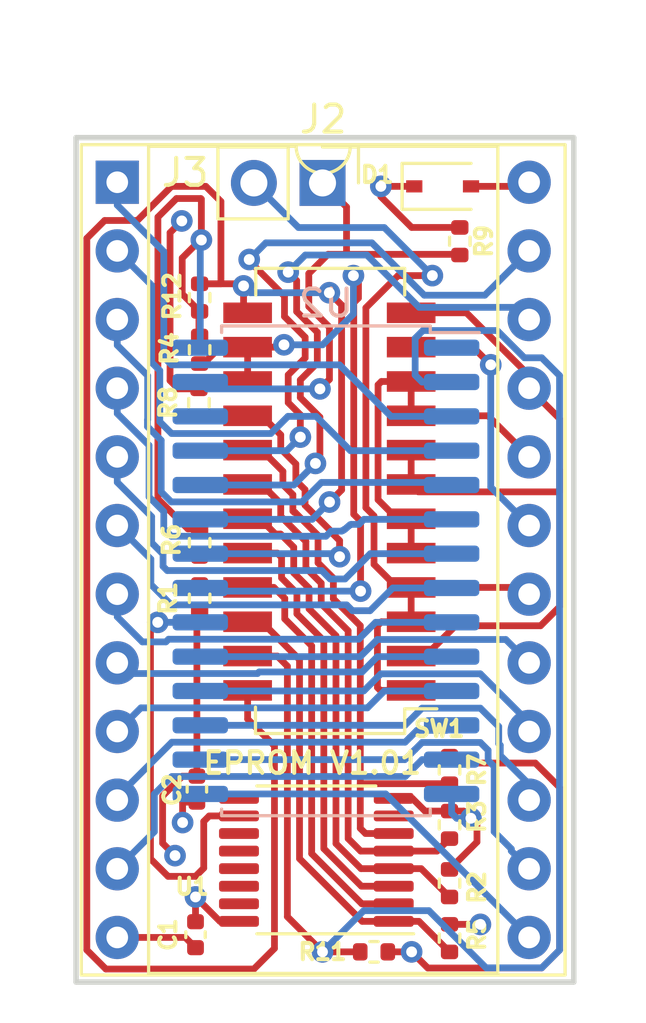
<source format=kicad_pcb>
(kicad_pcb (version 20221018) (generator pcbnew)

  (general
    (thickness 1.6)
  )

  (paper "A4")
  (title_block
    (title "EPROM Replacer")
    (date "2022-11-22")
    (rev "1.01")
  )

  (layers
    (0 "F.Cu" signal)
    (1 "In1.Cu" signal)
    (2 "In2.Cu" signal)
    (31 "B.Cu" signal)
    (32 "B.Adhes" user "B.Adhesive")
    (33 "F.Adhes" user "F.Adhesive")
    (34 "B.Paste" user)
    (35 "F.Paste" user)
    (36 "B.SilkS" user "B.Silkscreen")
    (37 "F.SilkS" user "F.Silkscreen")
    (38 "B.Mask" user)
    (39 "F.Mask" user)
    (40 "Dwgs.User" user "User.Drawings")
    (41 "Cmts.User" user "User.Comments")
    (42 "Eco1.User" user "User.Eco1")
    (43 "Eco2.User" user "User.Eco2")
    (44 "Edge.Cuts" user)
    (45 "Margin" user)
    (46 "B.CrtYd" user "B.Courtyard")
    (47 "F.CrtYd" user "F.Courtyard")
    (48 "B.Fab" user)
    (49 "F.Fab" user)
    (50 "User.1" user)
    (51 "User.2" user)
    (52 "User.3" user)
    (53 "User.4" user)
    (54 "User.5" user)
    (55 "User.6" user)
    (56 "User.7" user)
    (57 "User.8" user)
    (58 "User.9" user)
  )

  (setup
    (stackup
      (layer "F.SilkS" (type "Top Silk Screen"))
      (layer "F.Paste" (type "Top Solder Paste"))
      (layer "F.Mask" (type "Top Solder Mask") (thickness 0.01))
      (layer "F.Cu" (type "copper") (thickness 0.035))
      (layer "dielectric 1" (type "core") (thickness 0.48) (material "FR4") (epsilon_r 4.5) (loss_tangent 0.02))
      (layer "In1.Cu" (type "copper") (thickness 0.035))
      (layer "dielectric 2" (type "prepreg") (thickness 0.48) (material "FR4") (epsilon_r 4.5) (loss_tangent 0.02))
      (layer "In2.Cu" (type "copper") (thickness 0.035))
      (layer "dielectric 3" (type "core") (thickness 0.48) (material "FR4") (epsilon_r 4.5) (loss_tangent 0.02))
      (layer "B.Cu" (type "copper") (thickness 0.035))
      (layer "B.Mask" (type "Bottom Solder Mask") (thickness 0.01))
      (layer "B.Paste" (type "Bottom Solder Paste"))
      (layer "B.SilkS" (type "Bottom Silk Screen"))
      (copper_finish "None")
      (dielectric_constraints no)
    )
    (pad_to_mask_clearance 0)
    (grid_origin 112.1156 90.3224)
    (pcbplotparams
      (layerselection 0x00010fc_ffffffff)
      (plot_on_all_layers_selection 0x0000000_00000000)
      (disableapertmacros false)
      (usegerberextensions false)
      (usegerberattributes true)
      (usegerberadvancedattributes true)
      (creategerberjobfile true)
      (dashed_line_dash_ratio 12.000000)
      (dashed_line_gap_ratio 3.000000)
      (svgprecision 6)
      (plotframeref false)
      (viasonmask false)
      (mode 1)
      (useauxorigin false)
      (hpglpennumber 1)
      (hpglpenspeed 20)
      (hpglpendiameter 15.000000)
      (dxfpolygonmode true)
      (dxfimperialunits true)
      (dxfusepcbnewfont true)
      (psnegative false)
      (psa4output false)
      (plotreference true)
      (plotvalue true)
      (plotinvisibletext false)
      (sketchpadsonfab false)
      (subtractmaskfromsilk false)
      (outputformat 1)
      (mirror false)
      (drillshape 0)
      (scaleselection 1)
      (outputdirectory "gerber")
    )
  )

  (net 0 "")
  (net 1 "/A7")
  (net 2 "/A6")
  (net 3 "/A5")
  (net 4 "/A4")
  (net 5 "/A3")
  (net 6 "/A2")
  (net 7 "/A1")
  (net 8 "/A0")
  (net 9 "/D0")
  (net 10 "/D1")
  (net 11 "/D2")
  (net 12 "GND")
  (net 13 "/D3")
  (net 14 "/D4")
  (net 15 "/D5")
  (net 16 "/D6")
  (net 17 "/D7")
  (net 18 "/PIN18")
  (net 19 "/PIN19")
  (net 20 "/PIN20")
  (net 21 "/PIN21")
  (net 22 "/A9")
  (net 23 "/A8")
  (net 24 "/A13")
  (net 25 "+5V")
  (net 26 "Net-(R1-Pad2)")
  (net 27 "Net-(R2-Pad2)")
  (net 28 "Net-(R3-Pad2)")
  (net 29 "/A10")
  (net 30 "Net-(R5-Pad2)")
  (net 31 "Net-(R6-Pad2)")
  (net 32 "Net-(R7-Pad2)")
  (net 33 "/~{OE}")
  (net 34 "/~{WE}")
  (net 35 "/A12")
  (net 36 "/A11")
  (net 37 "/~{CE}")
  (net 38 "unconnected-(U1-Pad7)")
  (net 39 "unconnected-(U1-Pad9)")
  (net 40 "unconnected-(U1-Pad11)")
  (net 41 "unconnected-(U1-Pad12)")
  (net 42 "unconnected-(U1-Pad13)")
  (net 43 "unconnected-(U1-Pad14)")
  (net 44 "unconnected-(U1-Pad15)")

  (footprint "Resistor_SMD:R_0402_1005Metric" (layer "F.Cu") (at 103.8606 87.9094 -90))

  (footprint "Package_SO:TSSOP-16_4.4x5mm_P0.65mm" (layer "F.Cu") (at 108.204 104.8258 180))

  (footprint "Resistor_SMD:R_0402_1005Metric" (layer "F.Cu") (at 103.886 85.9536 -90))

  (footprint "Capacitor_SMD:C_0402_1005Metric" (layer "F.Cu") (at 103.7844 102.2096 90))

  (footprint "Resistor_SMD:R_0402_1005Metric" (layer "F.Cu") (at 113.1316 105.6894 -90))

  (footprint "Resistor_SMD:R_0402_1005Metric" (layer "F.Cu") (at 113.5126 81.9384 -90))

  (footprint "Resistor_SMD:R_0402_1005Metric" (layer "F.Cu") (at 103.886 84.0232 90))

  (footprint "Connector_PinHeader_2.54mm:PinHeader_1x02_P2.54mm_Vertical" (layer "F.Cu") (at 108.4326 79.7814 -90))

  (footprint "Resistor_SMD:R_0402_1005Metric" (layer "F.Cu") (at 113.1316 103.5304 -90))

  (footprint "Diode_SMD:D_SOD-323" (layer "F.Cu") (at 112.8776 79.9084))

  (footprint "Resistor_SMD:R_0402_1005Metric" (layer "F.Cu") (at 110.3376 108.2294 180))

  (footprint "Package_DIP:DIP-24_W15.24mm_Socket" (layer "F.Cu") (at 100.838 79.756))

  (footprint "Resistor_SMD:R_0402_1005Metric" (layer "F.Cu") (at 103.886 95.1484 90))

  (footprint "Capacitor_SMD:C_0402_1005Metric" (layer "F.Cu") (at 103.7336 107.5944 -90))

  (footprint "eprom_replacer:SW_DIP_SPSTx12_Slide_CTS_12LPSTJR_W5.8mm_P1.27mm_JPin" (layer "F.Cu") (at 108.662 91.5916 180))

  (footprint "Resistor_SMD:R_0402_1005Metric" (layer "F.Cu") (at 113.1316 107.7214 -90))

  (footprint "Resistor_SMD:R_0402_1005Metric" (layer "F.Cu") (at 103.886 93.091 -90))

  (footprint "Resistor_SMD:R_0402_1005Metric" (layer "F.Cu") (at 113.1316 101.4984 -90))

  (footprint "Package_SO:SOIC-28W_7.5x17.9mm_P1.27mm" (layer "B.Cu") (at 108.5596 94.1324 180))

  (gr_line (start 117.729 78.105) (end 117.729 109.347)
    (stroke (width 0.2) (type solid)) (layer "Edge.Cuts") (tstamp 299d3d64-38fb-4e06-8159-8867620c2cc0))
  (gr_line (start 117.729 109.347) (end 99.314 109.347)
    (stroke (width 0.2) (type solid)) (layer "Edge.Cuts") (tstamp 4e763a3f-573a-4ee2-b971-1778ef91e645))
  (gr_line (start 99.314 109.347) (end 99.314 78.105)
    (stroke (width 0.2) (type solid)) (layer "Edge.Cuts") (tstamp 631094f5-1f81-48ce-bbc7-feaf9b1c3b46))
  (gr_line (start 99.314 78.105) (end 117.729 78.105)
    (stroke (width 0.2) (type solid)) (layer "Edge.Cuts") (tstamp def0636e-8e49-4856-9039-39d8e59d1566))
  (gr_text "EPROM V1.01" (at 108.0516 101.2444) (layer "F.SilkS") (tstamp 1a1a5da3-2ed4-4f25-940c-8e5a36875189)
    (effects (font (size 0.8 0.8) (thickness 0.15)))
  )

  (segment (start 102.847072 86.511623) (end 109.060294 86.511623) (width 0.25) (layer "B.Cu") (net 1) (tstamp 2a46bd28-a39c-4894-904f-0ca7eb0f1707))
  (segment (start 109.060294 86.511623) (end 110.966071 88.4174) (width 0.25) (layer "B.Cu") (net 1) (tstamp 83d685d6-0a43-4c9a-a397-c5f952d8a50b))
  (segment (start 100.838 80.601047) (end 102.5596 82.322647) (width 0.25) (layer "B.Cu") (net 1) (tstamp 852f1c53-4620-4e74-997d-1e93e884c578))
  (segment (start 100.838 79.756) (end 100.838 80.601047) (width 0.25) (layer "B.Cu") (net 1) (tstamp 966ca20d-5ed8-417e-853d-09035826dfde))
  (segment (start 102.5596 86.224151) (end 102.847072 86.511623) (width 0.25) (layer "B.Cu") (net 1) (tstamp b5107511-8a8c-4591-be2b-8468900fa58b))
  (segment (start 110.966071 88.4174) (end 113.2096 88.4174) (width 0.25) (layer "B.Cu") (net 1) (tstamp cc53fd8b-e47a-42f1-b7bc-679cd46dcb61))
  (segment (start 102.5596 82.322647) (end 102.5596 86.223444) (width 0.25) (layer "B.Cu") (net 1) (tstamp f3b4091b-048d-448c-95dc-231da1bdfa49))
  (segment (start 102.847849 89.0524) (end 106.519034 89.0524) (width 0.25) (layer "B.Cu") (net 2) (tstamp 16bdf58e-4c50-4522-9bee-102ca1ee0be4))
  (segment (start 102.110099 86.421418) (end 102.412501 86.72382) (width 0.25) (layer "B.Cu") (net 2) (tstamp 5c06ef9e-eb7e-4981-9e24-1b6b9a63038f))
  (segment (start 100.838 82.296) (end 102.110099 83.568099) (width 0.25) (layer "B.Cu") (net 2) (tstamp 71679c44-661e-43ee-84cc-713173a7cf35))
  (segment (start 102.110099 83.568099) (end 102.110099 86.421418) (width 0.25) (layer "B.Cu") (net 2) (tstamp 89535343-637f-44dd-84e8-1cc3ac1b5d6d))
  (segment (start 108.195796 88.4174) (end 109.465796 89.6874) (width 0.25) (layer "B.Cu") (net 2) (tstamp 8a0a0e3e-4327-4f90-9fce-9cf179fede07))
  (segment (start 109.465796 89.6874) (end 113.2096 89.6874) (width 0.25) (layer "B.Cu") (net 2) (tstamp 9bf39f71-eeaa-4ad2-9888-3fa3c7398eff))
  (segment (start 107.154034 88.4174) (end 108.195796 88.4174) (width 0.25) (layer "B.Cu") (net 2) (tstamp 9e99c57a-4b7b-4a29-a30a-a05b8559424b))
  (segment (start 106.519034 89.0524) (end 107.154034 88.4174) (width 0.25) (layer "B.Cu") (net 2) (tstamp b656fcc0-e0d0-477e-a627-50ba26eed365))
  (segment (start 102.412501 86.72382) (end 102.412501 88.617052) (width 0.25) (layer "B.Cu") (net 2) (tstamp bd18b72c-f8b9-4a80-ad62-52df29968186))
  (segment (start 102.412501 88.617052) (end 102.847849 89.0524) (width 0.25) (layer "B.Cu") (net 2) (tstamp cc2f41bd-37ba-4bb5-9d96-384a19e52831))
  (segment (start 101.9556 88.5444) (end 101.9556 88.795841) (width 0.25) (layer "B.Cu") (net 3) (tstamp 0c04e13c-c221-4e87-9a77-98a75c9e6533))
  (segment (start 102.83598 91.5824) (end 107.672002 91.5824) (width 0.25) (layer "B.Cu") (net 3) (tstamp 1c83be24-3dc8-4047-9062-e39f3a4a97cf))
  (segment (start 107.672002 91.5824) (end 108.391836 90.862566) (width 0.25) (layer "B.Cu") (net 3) (tstamp 21da286e-a258-4b50-ad8b-75bd0e6acdb0))
  (segment (start 113.114766 90.862566) (end 113.2096 90.9574) (width 0.25) (layer "B.Cu") (net 3) (tstamp 2d5ea1b9-db6c-4ded-a479-f5d6b39ddce1))
  (segment (start 101.963 88.537) (end 101.9556 88.5444) (width 0.25) (layer "B.Cu") (net 3) (tstamp 3a4c3fcd-641c-4396-96ee-54cad6db6351))
  (segment (start 100.838 84.836) (end 100.838 85.785009) (width 0.25) (layer "B.Cu") (net 3) (tstamp 3ad7fc18-f206-43ae-bba8-70ebcf3f39dc))
  (segment (start 102.4636 89.303841) (end 102.4636 91.21002) (width 0.25) (layer "B.Cu") (net 3) (tstamp 749addbd-11a8-49c0-aee3-60232bf34558))
  (segment (start 101.963 86.910009) (end 101.963 88.537) (width 0.25) (layer "B.Cu") (net 3) (tstamp 81b1d2aa-aef5-40a0-aba2-c35eb77da0ac))
  (segment (start 100.838 85.785009) (end 101.963 86.910009) (width 0.25) (layer "B.Cu") (net 3) (tstamp 9e0f992b-1499-4b91-8bcc-a862b56b0ba1))
  (segment (start 108.391836 90.862566) (end 113.114766 90.862566) (width 0.25) (layer "B.Cu") (net 3) (tstamp a6c11c6b-53d0-42e1-932a-1db49a510d4a))
  (segment (start 102.4636 91.21002) (end 102.83598 91.5824) (width 0.25) (layer "B.Cu") (net 3) (tstamp b41ac021-9dce-433d-bbf9-4688847fe419))
  (segment (start 101.9556 88.795841) (end 102.4636 89.303841) (width 0.25) (layer "B.Cu") (net 3) (tstamp f453690b-d020-41fc-8cdf-ba1c96851d51))
  (segment (start 109.471547 92.430037) (end 109.488685 92.412899) (width 0.25) (layer "B.Cu") (net 4) (tstamp 013c620f-27c0-4898-9699-5dfb9a7eec83))
  (segment (start 102.014099 91.396209) (end 102.5596 91.94171) (width 0.25) (layer "B.Cu") (net 4) (tstamp 0181c5dd-f638-44b1-9602-19fb98b285ab))
  (segment (start 108.561132 92.8524) (end 108.750404 92.663128) (width 0.25) (layer "B.Cu") (net 4) (tstamp 28ac9c7f-5bea-4724-9eba-4d61cbfe71a8))
  (segment (start 109.319248 92.540246) (end 109.327756 92.540246) (width 0.25) (layer "B.Cu") (net 4) (tstamp 2d3fd6cd-29de-4de8-8a9b-8b50b4aaf2e1))
  (segment (start 109.965905 92.2274) (end 113.2096 92.2274) (width 0.25) (layer "B.Cu") (net 4) (tstamp 31971bc2-f096-4ede-b0b2-b1ace4a2470c))
  (segment (start 109.446769 92.430037) (end 109.471547 92.430037) (width 0.25) (layer "B.Cu") (net 4) (tstamp 3e9a87e0-f87a-440d-b37e-ad5ebeff9dd4))
  (segment (start 109.261192 92.598302) (end 109.319248 92.540246) (width 0.25) (layer "B.Cu") (net 4) (tstamp 40987108-ad58-4965-ab37-630dd5ea21fe))
  (segment (start 109.16566 92.639451) (end 109.196854 92.639451) (width 0.25) (layer "B.Cu") (net 4) (tstamp 531695f9-1d68-4799-9f93-df93efa49b2c))
  (segment (start 102.5596 91.94171) (end 102.5596 92.574151) (width 0.25) (layer "B.Cu") (net 4) (tstamp 746bf504-644e-4911-b789-6099adc158a9))
  (segment (start 102.5596 92.574151) (end 102.837849 92.8524) (width 0.25) (layer "B.Cu") (net 4) (tstamp 78332d95-7861-4a36-97d3-3aeaea5aca79))
  (segment (start 102.837849 92.8524) (end 108.561132 92.8524) (width 0.25) (layer "B.Cu") (net 4) (tstamp 8e07c14f-3a95-4732-956f-076d87b71644))
  (segment (start 109.238003 92.598302) (end 109.261192 92.598302) (width 0.25) (layer "B.Cu") (net 4) (tstamp 9c4f7178-05b4-4b3f-8592-81ada690b626))
  (segment (start 100.838 88.313931) (end 102.014099 89.49003) (width 0.25) (layer "B.Cu") (net 4) (tstamp a1ecd3f8-ceb2-40b2-abee-edfdb58cba53))
  (segment (start 109.327756 92.540246) (end 109.386854 92.481148) (width 0.25) (layer "B.Cu") (net 4) (tstamp a5097bfa-c5ab-49e9-a6f1-1075150a26ee))
  (segment (start 109.488685 92.412899) (end 109.780406 92.412899) (width 0.25) (layer "B.Cu") (net 4) (tstamp a60fd254-4706-4360-8b04-5244450c46eb))
  (segment (start 109.196854 92.639451) (end 109.238003 92.598302) (width 0.25) (layer "B.Cu") (net 4) (tstamp a909cce2-f770-4ab2-a56f-1c428413cce0))
  (segment (start 109.386854 92.481148) (end 109.395658 92.481148) (width 0.25) (layer "B.Cu") (net 4) (tstamp ad7d2758-6e12-4a90-8052-6578c80f8ba8))
  (segment (start 109.780406 92.412899) (end 109.965905 92.2274) (width 0.25) (layer "B.Cu") (net 4) (tstamp b3f2ebf2-1150-4d8f-8248-740510e7969b))
  (segment (start 100.838 87.376) (end 100.838 88.313931) (width 0.25) (layer "B.Cu") (net 4) (tstamp c367dcee-7a52-4520-9e4a-7c5f61059c6e))
  (segment (start 108.750404 92.663128) (end 109.141983 92.663128) (width 0.25) (layer "B.Cu") (net 4) (tstamp c8fff087-9979-4c42-a46a-d776a22970f0))
  (segment (start 109.141983 92.663128) (end 109.16566 92.639451) (width 0.25) (layer "B.Cu") (net 4) (tstamp e7802745-e9cb-481d-9031-ee10100eac08))
  (segment (start 102.014099 89.49003) (end 102.014099 91.396209) (width 0.25) (layer "B.Cu") (net 4) (tstamp e9b355da-5abc-4fe0-8445-00917bf00674))
  (segment (start 109.395658 92.481148) (end 109.446769 92.430037) (width 0.25) (layer "B.Cu") (net 4) (tstamp edf9ada6-6c5d-437a-8e53-21e3ba110e4d))
  (segment (start 108.404714 94.1224) (end 108.716076 94.433762) (width 0.25) (layer "B.Cu") (net 5) (tstamp 1c04969e-8215-4f58-b0d8-1e45afd2dbca))
  (segment (start 100.838 90.8558) (end 102.110099 92.127899) (width 0.25) (layer "B.Cu") (net 5) (tstamp 3eff0468-96e0-4689-809a-c22ff9103a1a))
  (segment (start 102.532101 93.514411) (end 102.532101 93.966901) (width 0.25) (layer "B.Cu") (net 5) (tstamp 41d75081-a143-410c-9ab7-39fd2c9d7e50))
  (segment (start 108.716076 94.433762) (end 109.26564 94.433762) (width 0.25) (layer "B.Cu") (net 5) (tstamp 5d7ed91a-cea5-4167-ab03-7bc7cad89f0e))
  (segment (start 100.838 89.916) (end 100.838 90.8558) (width 0.25) (layer "B.Cu") (net 5) (tstamp 61e7be12-0fcb-4288-b7e4-5f54b0a02d5f))
  (segment (start 102.6876 94.1224) (end 108.404714 94.1224) (width 0.25) (layer "B.Cu") (net 5) (tstamp 9da469e1-3f4d-490a-96b7-474f9a3c8337))
  (segment (start 102.110099 92.127899) (end 102.110099 93.092409) (width 0.25) (layer "B.Cu") (net 5) (tstamp a0f92383-ebbc-46c1-91f1-acf410884d97))
  (segment (start 102.532101 93.966901) (end 102.6876 94.1224) (width 0.25) (layer "B.Cu") (net 5) (tstamp afd34ff0-40c5-4c49-bf8d-867758918c77))
  (segment (start 110.202002 93.4974) (end 113.2096 93.4974) (width 0.25) (layer "B.Cu") (net 5) (tstamp b1553651-779b-4677-9265-1d0dcdf94a17))
  (segment (start 109.26564 94.433762) (end 110.202002 93.4974) (width 0.25) (layer "B.Cu") (net 5) (tstamp e5170228-5d95-491b-b3f3-5a61f2d16643))
  (segment (start 102.110099 93.092409) (end 102.532101 93.514411) (width 0.25) (layer "B.Cu") (net 5) (tstamp f3a15547-7a0e-4c5b-afba-88e327d9dfb1))
  (segment (start 111.031832 94.7674) (end 113.2096 94.7674) (width 0.25) (layer "B.Cu") (net 6) (tstamp 1f545e29-22d5-46f4-80fa-8cbd0db28f51))
  (segment (start 102.0826 94.637151) (end 102.837849 95.3924) (width 0.25) (layer "B.Cu") (net 6) (tstamp 2649dd66-bc0e-4254-9f54-2e8325ddd3ff))
  (segment (start 100.838 92.456) (end 102.0826 93.7006) (width 0.25) (layer "B.Cu") (net 6) (tstamp 30f01ff3-4dad-4856-af0b-97bd35fad8c5))
  (segment (start 109.540639 95.607763) (end 110.191468 95.607764) (width 0.25) (layer "B.Cu") (net 6) (tstamp 7e791fd6-4f9b-4fe0-88f9-84643b5b01ac))
  (segment (start 109.325276 95.3924) (end 109.540639 95.607763) (width 0.25) (layer "B.Cu") (net 6) (tstamp 880fa852-40b5-4397-9516-678df1363d41))
  (segment (start 102.0826 93.7006) (end 102.0826 94.637151) (width 0.25) (layer "B.Cu") (net 6) (tstamp b6ed3512-4b74-4b1c-a2ba-350e77e0f86e))
  (segment (start 110.191468 95.607764) (end 111.031832 94.7674) (width 0.25) (layer "B.Cu") (net 6) (tstamp bc40cd92-938e-40fb-a708-72179024ad56))
  (segment (start 102.837849 95.3924) (end 109.325276 95.3924) (width 0.25) (layer "B.Cu") (net 6) (tstamp df0eb0e4-6d89-4d83-a38d-6e6dd7e7f51c))
  (segment (start 100.838 94.996) (end 100.838 95.832999) (width 0.25) (layer "B.Cu") (net 7) (tstamp 2ebe0682-bb00-45be-a64d-9369236da1de))
  (segment (start 100.838 95.832999) (end 101.766901 96.7619) (width 0.25) (layer "B.Cu") (net 7) (tstamp 32435336-5a27-496f-bdd7-967547733b91))
  (segment (start 109.772522 96.6624) (end 110.397522 96.0374) (width 0.25) (layer "B.Cu") (net 7) (tstamp 4daa3a03-4cf9-42f1-ac73-042d0e688dc1))
  (segment (start 101.766901 96.7619) (end 102.636698 96.7619) (width 0.25) (layer "B.Cu") (net 7) (tstamp 4fa92f0c-67cf-4263-9180-36d78b0b577d))
  (segment (start 102.636698 96.7619) (end 102.736198 96.6624) (width 0.25) (layer "B.Cu") (net 7) (tstamp 7a0ce7c4-4c5e-4a72-ad8c-7a47afa90735))
  (segment (start 102.736198 96.6624) (end 109.772522 96.6624) (width 0.25) (layer "B.Cu") (net 7) (tstamp 9851990e-a0dd-49bd-a99e-e4c6827ad9b0))
  (segment (start 110.397522 96.0374) (end 113.2096 96.0374) (width 0.25) (layer "B.Cu") (net 7) (tstamp e597a8c1-4aab-45ce-ba5e-011adfacffc7))
  (segment (start 109.898101 97.873899) (end 110.4646 97.3074) (width 0.25) (layer "B.Cu") (net 8) (tstamp 41eecd1d-694c-45fa-b879-865890d26cfd))
  (segment (start 110.4646 97.3074) (end 113.2096 97.3074) (width 0.25) (layer "B.Cu") (net 8) (tstamp 483d1520-d747-458f-85d4-004fde612c6a))
  (segment (start 106.02891 97.9324) (end 106.087411 97.873899) (width 0.25) (layer "B.Cu") (net 8) (tstamp 6cb83243-992b-44bc-9afd-ec056189c52d))
  (segment (start 100.838 97.536) (end 101.2344 97.9324) (width 0.25) (layer "B.Cu") (net 8) (tstamp 89117145-a216-4255-9870-64b13ed5878b))
  (segment (start 106.087411 97.873899) (end 109.898101 97.873899) (width 0.25) (layer "B.Cu") (net 8) (tstamp a8e733fe-584e-413d-bc36-38827f90ef61))
  (segment (start 101.2344 97.9324) (end 106.02891 97.9324) (width 0.25) (layer "B.Cu") (net 8) (tstamp be425169-34f3-4949-ad82-256fccdf2a86))
  (segment (start 110.0936 99.2024) (end 110.7186 98.5774) (width 0.25) (layer "B.Cu") (net 9) (tstamp 1be44c97-c1a8-4520-a6c7-2a8d16c0fa22))
  (segment (start 101.7116 99.2024) (end 110.0936 99.2024) (width 0.25) (layer "B.Cu") (net 9) (tstamp 29bb34b0-563c-49e8-877a-c7e8e8c55ab9))
  (segment (start 110.7186 98.5774) (end 113.2096 98.5774) (width 0.25) (layer "B.Cu") (net 9) (tstamp 29d22176-5189-442d-8aa9-e06511b5a7c4))
  (segment (start 100.838 100.076) (end 101.7116 99.2024) (width 0.25) (layer "B.Cu") (net 9) (tstamp 606a2c25-da28-4c9c-95b7-ffa3bf1b7b07))
  (segment (start 111.665409 100.296901) (end 111.666789 100.296901) (width 0.25) (layer "B.Cu") (net 10) (tstamp 51255f1d-5461-4d56-b530-959182a67208))
  (segment (start 100.838 102.492249) (end 102.857849 100.4724) (width 0.25) (layer "B.Cu") (net 10) (tstamp 58309c41-fbf1-433a-b5bb-aec64d3fc109))
  (segment (start 113.024101 100.032899) (end 113.2096 99.8474) (width 0.25) (layer "B.Cu") (net 10) (tstamp 5e5e35f1-dd21-489e-b6d4-bbee69e48af1))
  (segment (start 111.930791 100.032899) (end 113.024101 100.032899) (width 0.25) (layer "B.Cu") (net 10) (tstamp 793d37a3-055e-4372-ab42-4b5e195bfbbe))
  (segment (start 111.48991 100.4724) (end 111.665409 100.296901) (width 0.25) (layer "B.Cu") (net 10) (tstamp 7e24cab0-c494-4f46-a3fe-10b98eeb0db7))
  (segment (start 102.857849 100.4724) (end 111.48991 100.4724) (width 0.25) (layer "B.Cu") (net 10) (tstamp be499299-02c2-4414-8f1e-44b43c7afb19))
  (segment (start 100.838 102.616) (end 100.838 102.492249) (width 0.25) (layer "B.Cu") (net 10) (tstamp d92adf4f-aadf-42be-b9ff-70bbae629f4c))
  (segment (start 111.666789 100.296901) (end 111.930791 100.032899) (width 0.25) (layer "B.Cu") (net 10) (tstamp ebc97bcd-4c1f-4705-96c4-850761151a11))
  (segment (start 100.838 105.156) (end 102.2096 103.7844) (width 0.25) (layer "B.Cu") (net 11) (tstamp 094e9908-905e-4bfa-a9cd-85c330ccee03))
  (segment (start 111.49129 101.7424) (end 112.11629 101.1174) (width 0.25) (layer "B.Cu") (net 11) (tstamp 2afefea6-fe3b-4878-aa77-338d325eb1bb))
  (segment (start 102.857849 101.7424) (end 111.49129 101.7424) (width 0.25) (layer "B.Cu") (net 11) (tstamp 47c24325-3878-4cb5-ba98-0d074a5444ee))
  (segment (start 102.2096 102.390649) (end 102.857849 101.7424) (width 0.25) (layer "B.Cu") (net 11) (tstamp d8b13287-a9dc-4b1c-af9d-7deffde24497))
  (segment (start 112.11629 101.1174) (end 113.2096 101.1174) (width 0.25) (layer "B.Cu") (net 11) (tstamp f1e07565-c6e3-4046-93bc-bfb18456c2da))
  (segment (start 102.2096 103.7844) (end 102.2096 102.390649) (width 0.25) (layer "B.Cu") (net 11) (tstamp fdb10465-e0c0-45e6-ab5b-85a33e8d4757))
  (segment (start 102.5165 102.4615) (end 102.5165 104.209702) (width 0.25) (layer "F.Cu") (net 12) (tstamp 0ed55981-9d69-4124-90a8-6f1c9c0c81c4))
  (segment (start 103.7844 101.7296) (end 103.2484 101.7296) (width 0.25) (layer "F.Cu") (net 12) (tstamp 1b12bbd1-9746-4bb1-845b-2d31ac87558a))
  (segment (start 111.0665 102.5508) (end 111.755041 102.5508) (width 0.25) (layer "F.Cu") (net 12) (tstamp 20ee1233-b757-4a1f-8522-7eb9e8edfd0a))
  (segment (start 114.1476 103.512081) (end 113.922419 103.2869) (width 0.25) (layer "F.Cu") (net 12) (tstamp 24dfee69-f8cd-4c7e-bff5-62c49ad5d936))
  (segment (start 103.7844 95.76) (end 103.7844 101.7296) (width 0.25) (layer "F.Cu") (net 12) (tstamp 3bfd40ac-9521-4e78-8df1-5cb4c647e0af))
  (segment (start 102.5165 104.209702) (end 102.975899 104.669101) (width 0.25) (layer "F.Cu") (net 12) (tstamp 411aee22-95ff-4620-a86f-658b64d63280))
  (segment (start 112.224641 103.0204) (end 113.655919 103.0204) (width 0.25) (layer "F.Cu") (net 12) (tstamp 48f0e97f-6f81-4b59-b250-3d880bef982f))
  (segment (start 102.791499 87.094299) (end 102.791499 81.621789) (width 0.25) (layer "F.Cu") (net 12) (tstamp 5ded7e41-3661-4ea9-9306-94ca454b2f5d))
  (segment (start 113.1316 105.1794) (end 114.1476 104.1634) (width 0.25) (layer "F.Cu") (net 12) (tstamp 8e542f9c-f022-4751-b05c-52363d5429ce))
  (segment (start 103.2484 101.7296) (end 102.5165 102.4615) (width 0.25) (layer "F.Cu") (net 12) (tstamp 9ecdd977-10bd-44d4-95b4-952b5f0d2a97))
  (segment (start 113.655919 103.0204) (end 113.922419 103.2869) (width 0.25) (layer "F.Cu") (net 12) (tstamp b174e368-8795-457d-a302-01bda9d4ad76))
  (segment (start 100.838 107.696) (end 103.3552 107.696) (width 0.25) (layer "F.Cu") (net 12) (tstamp bc4d5382-1c09-44c1-8237-4f6977545f63))
  (segment (start 103.8606 87.3994) (end 103.0966 87.3994) (width 0.25) (layer "F.Cu") (net 12) (tstamp c17e687d-c63e-4f64-a4f6-16497637b605))
  (segment (start 102.791499 81.621789) (end 103.2256 81.187688) (width 0.25) (layer "F.Cu") (net 12) (tstamp c1afb9d5-759d-453e-8941-94ab98132194))
  (segment (start 114.1476 104.1634) (end 114.1476 103.512081) (width 0.25) (layer "F.Cu") (net 12) (tstamp dd0d8a9b-358a-467f-936e-62f5ccf46d5a))
  (segment (start 103.0966 87.3994) (end 102.791499 87.094299) (width 0.25) (layer "F.Cu") (net 12) (tstamp f4b486f5-6358-48ce-9afb-2730631b2e64))
  (segment (start 103.3552 107.696) (end 103.7336 108.0744) (width 0.25) (layer "F.Cu") (net 12) (tstamp f5850a0a-af73-440a-abcc-1164549438f6))
  (segment (start 111.755041 102.5508) (end 112.224641 103.0204) (width 0.25) (layer "F.Cu") (net 12) (tstamp f7c9ea66-5e73-42c6-81db-0881a2560d81))
  (segment (start 103.886 95.6584) (end 103.7844 95.76) (width 0.25) (layer "F.Cu") (net 12) (tstamp f94ddbf6-32ef-47bf-a17d-131e32fdc1d0))
  (via (at 102.975899 104.669101) (size 0.8) (drill 0.4) (layers "F.Cu" "B.Cu") (net 12) (tstamp aaf8ea3f-defc-4e43-8985-418435bf3049))
  (via (at 103.2256 81.187688) (size 0.8) (drill 0.4) (layers "F.Cu" "B.Cu") (net 12) (tstamp e68a8321-f7ec-4a9e-993a-8a4c999bc6e4))
  (via (at 113.922419 103.2869) (size 0.8) (drill 0.4) (layers "F.Cu" "B.Cu") (net 12) (tstamp ffbc2127-7ce1-4160-ba24-27b100081e7f))
  (segment (start 113.2096 102.3874) (end 113.2096 103.1004) (width 0.25) (layer "B.Cu") (net 12) (tstamp 38afdab7-de0a-45ff-af08-d7b63cfb4e4d))
  (segment (start 113.2096 103.1004) (end 113.3961 103.2869) (width 0.25) (layer "B.Cu") (net 12) (tstamp 63c1a07b-0566-4106-95a9-c30ca74395c2))
  (segment (start 113.3961 103.2869) (end 113.922419 103.2869) (width 0.25) (layer "B.Cu") (net 12) (tstamp 94603d0e-e2e3-4d59-9ee9-659f8b5b12e5))
  (segment (start 103.9096 102.3874) (end 110.7694 102.3874) (width 0.25) (layer "B.Cu") (net 13) (tstamp 2c1a5c66-fda1-404e-a92b-b8789f2c1b4d))
  (segment (start 110.7694 102.3874) (end 116.078 107.696) (width 0.25) (layer "B.Cu") (net 13) (tstamp 34f8c645-a1f8-4d8b-be6b-bde9ecb140d5))
  (segment (start 114.271351 100.4824) (end 114.5596 100.770649) (width 0.25) (layer "B.Cu") (net 14) (tstamp 076b016a-25b7-4770-9518-5ba9bfbce0d3))
  (segment (start 112.11698 100.4824) (end 114.271351 100.4824) (width 0.25) (layer "B.Cu") (net 14) (tstamp 0fc92bc7-aa44-4de6-8132-7f8007432ea2))
  (segment (start 114.7826 101.3714) (end 114.7826 103.7844) (width 0.25) (layer "B.Cu") (net 14) (tstamp 3668cb55-1bac-4af5-a7dc-3376b9494290))
  (segment (start 103.9096 101.1174) (end 111.4806 101.1174) (width 0.25) (layer "B.Cu") (net 14) (tstamp 5ea1aaa4-e4f3-49a1-a5f1-8f92960aeab7))
  (segment (start 115.4176 104.4956) (end 116.078 105.156) (width 0.25) (layer "B.Cu") (net 14) (tstamp 66349753-e303-43ba-adf3-b3d4d726f5f7))
  (segment (start 111.4806 101.1174) (end 111.851598 100.746402) (width 0.25) (layer "B.Cu") (net 14) (tstamp 6ed7179a-4a87-44ce-8bbd-1f4c6784f483))
  (segment (start 111.851598 100.746402) (end 111.852978 100.746402) (width 0.25) (layer "B.Cu") (net 14) (tstamp 91969200-1512-44de-940c-579e01df475a))
  (segment (start 114.7826 103.7844) (end 115.4176 104.4194) (width 0.25) (layer "B.Cu") (net 14) (tstamp aeec66a5-8ce5-438d-b106-c7bbf644d0d9))
  (segment (start 114.5596 100.770649) (end 114.5596 101.1484) (width 0.25) (layer "B.Cu") (net 14) (tstamp ba1f18c7-52d9-493e-bb5b-525f6790c9de))
  (segment (start 114.5596 101.1484) (end 114.7826 101.3714) (width 0.25) (layer "B.Cu") (net 14) (tstamp cd2c030d-f1ee-4205-8113-dfe2fca0e586))
  (segment (start 115.4176 104.4194) (end 115.4176 104.4956) (width 0.25) (layer "B.Cu") (net 14) (tstamp e9d63c60-fa79-40b2-9b23-cfd4e2e70633))
  (segment (start 111.852978 100.746402) (end 112.11698 100.4824) (width 0.25) (layer "B.Cu") (net 14) (tstamp f03dffdf-dd35-4bec-ab1f-42e7ee3c4485))
  (segment (start 115.009101 100.58446) (end 115.009101 100.962211) (width 0.25) (layer "B.Cu") (net 15) (tstamp 3597abe1-5f31-402c-ac3f-c3aee152817f))
  (segment (start 114.953 99.894049) (end 114.953 100.528359) (width 0.25) (layer "B.Cu") (net 15) (tstamp 3bb0606a-1d83-4b86-8166-87fd4b827ec2))
  (segment (start 114.953 100.528359) (end 115.009101 100.58446) (width 0.25) (layer "B.Cu") (net 15) (tstamp a95924ff-2ebe-4720-9973-e0ea04bebe17))
  (segment (start 111.4806 99.8474) (end 112.1156 99.2124) (width 0.25) (layer "B.Cu") (net 15) (tstamp b2388375-10c0-45c8-9d91-a22a9a17326d))
  (segment (start 115.009101 100.962211) (end 116.078 102.03111) (width 0.25) (layer "B.Cu") (net 15) (tstamp b45f11b9-9194-44d4-bd03-3fa58b4db129))
  (segment (start 112.1156 99.2124) (end 114.271351 99.2124) (width 0.25) (layer "B.Cu") (net 15) (tstamp bafddae7-ee45-4097-af15-3f3e59be5ec9))
  (segment (start 114.271351 99.2124) (end 114.953 99.894049) (width 0.25) (layer "B.Cu") (net 15) (tstamp d77bad9c-4395-4b08-bb44-38597cbe2a28))
  (segment (start 116.078 102.03111) (end 116.078 102.616) (width 0.25) (layer "B.Cu") (net 15) (tstamp e887f337-5794-467f-9b85-95becfa9cb85))
  (segment (start 103.9096 99.8474) (end 111.4806 99.8474) (width 0.25) (layer "B.Cu") (net 15) (tstamp efeb8599-e708-4079-b5e7-7a2c421a90e1))
  (segment (start 116.078 99.749049) (end 116.078 100.076) (width 0.25) (layer "B.Cu") (net 16) (tstamp 361dddfd-e172-4714-ad31-040e5cb84a1f))
  (segment (start 110.5916 97.9424) (end 114.271351 97.9424) (width 0.25) (layer "B.Cu") (net 16) (tstamp 8508cc93-0e39-4d2d-8ee5-4a8fa2bcdaa0))
  (segment (start 114.271351 97.9424) (end 116.078 99.749049) (width 0.25) (layer "B.Cu") (net 16) (tstamp b91e073b-86f9-4728-988e-cab8434ac23e))
  (segment (start 103.9096 98.5774) (end 109.9566 98.5774) (width 0.25) (layer "B.Cu") (net 16) (tstamp dd4912f7-735b-4b1c-a785-81b719608b02))
  (segment (start 109.9566 98.5774) (end 110.5916 97.9424) (width 0.25) (layer "B.Cu") (net 16) (tstamp fe876870-e074-4b32-9cdf-1111e5f8caa1))
  (segment (start 110.46391 96.6724) (end 115.2144 96.6724) (width 0.25) (layer "B.Cu") (net 17) (tstamp 147b9c3e-5349-47f3-84b4-77b9195ada9a))
  (segment (start 103.9096 97.3074) (end 109.82891 97.3074) (width 0.25) (layer "B.Cu") (net 17) (tstamp 66337b88-a68d-476f-9c12-5895693ef00b))
  (segment (start 109.82891 97.3074) (end 110.46391 96.6724) (width 0.25) (layer "B.Cu") (net 17) (tstamp 8e54c54f-86a0-43b2-b589-d2207cd88534))
  (segment (start 115.2144 96.6724) (end 116.078 97.536) (width 0.25) (layer "B.Cu") (net 17) (tstamp d3f7a5f1-9b7e-46a2-bf5e-ebf43b3720c5))
  (segment (start 110.4646 98.4504) (end 110.5708 98.5566) (width 0.25) (layer "F.Cu") (net 18) (tstamp 0a32c733-e596-4e54-9e14-ff1789021819))
  (segment (start 111.712 94.7466) (end 115.8286 94.7466) (width 0.25) (layer "F.Cu") (net 18) (tstamp 0e6d3567-e301-4fd6-888f-28fca46516f7))
  (segment (start 110.037499 91.799954) (end 110.3376 92.100055) (width 0.25) (layer "F.Cu") (net 18) (tstamp 1b6848dc-3dff-4734-bbc1-c7983fa881d8))
  (segment (start 110.3376 92.100055) (end 110.3376 93.8922) (width 0.25) (layer "F.Cu") (net 18) (tstamp 1c05a8d2-e01b-4641-a1d9-d89a9f906187))
  (segment (start 110.4646 96.1644) (end 110.4646 98.4504) (width 0.25) (layer "F.Cu") (net 18) (tstamp 5cab32b5-2c44-464d-b1d9-786663d77def))
  (segment (start 111.712 94.7466) (end 111.712 96.0166) (width 0.25) (layer "F.Cu") (net 18) (tstamp 6891ac03-be8c-4299-aeb8-305aee784811))
  (segment (start 110.5708 98.5566) (end 111.712 98.5566) (width 0.25) (layer "F.Cu") (net 18) (tstamp 694a3531-b427-4c2b-9f4f-c49246d1541a))
  (segment (start 110.3376 93.8922) (end 111.192 94.7466) (width 0.25) (layer "F.Cu") (net 18) (tstamp 926f5148-6df7-43e6-a9d5-71c773723753))
  (segment (start 111.712 96.0166) (end 110.6124 96.0166) (width 0.25) (layer "F.Cu") (net 18) (tstamp a7d4dfd9-973a-409a-a28a-f311b0c07835))
  (segment (start 115.8286 94.7466) (end 116.078 94.996) (width 0.25) (layer "F.Cu") (net 18) (tstamp b0c5e994-9828-4630-b1ce-87017b31e308))
  (segment (start 112.4966 83.2104) (end 111.2266 83.2104) (width 0.25) (layer "F.Cu") (net 18) (tstamp b8088848-d668-4e4d-a0f5-726d1f22e124))
  (segment (start 110.6124 96.0166) (end 110.4646 96.1644) (width 0.25) (layer "F.Cu") (net 18) (tstamp d6538fc0-4571-4625-8eb5-527b83cf1452))
  (segment (start 110.037499 84.399501) (end 110.037499 91.799954) (width 0.25) (layer "F.Cu") (net 18) (tstamp ddaeaafe-b8e6-47b8-940a-ea31c595161e))
  (segment (start 111.192 94.7466) (end 111.712 94.7466) (width 0.25) (layer "F.Cu") (net 18) (tstamp dfca6351-9e69-44fc-9c9a-f740b23043ee))
  (segment (start 111.2266 83.2104) (end 110.037499 84.399501) (width 0.25) (layer "F.Cu") (net 18) (tstamp e0627061-ae48-43a8-b3c0-0a0b377983c3))
  (via (at 112.4966 83.2104) (size 0.8) (drill 0.4) (layers "F.Cu" "B.Cu") (net 18) (tstamp b0db863b-79b7-4e23-8d9c-3c550d599abd))
  (segment (start 110.7186 81.4324) (end 112.4966 83.2104) (width 0.25) (layer "B.Cu") (net 18) (tstamp 622676a3-d9ec-4fe2-90b2-e6e741516a1a))
  (segment (start 105.8926 79.7814) (end 107.5436 81.4324) (width 0.25) (layer "B.Cu") (net 18) (tstamp 91de534c-3150-46b0-910e-c7a987074bac))
  (segment (start 107.5436 81.4324) (end 110.7186 81.4324) (width 0.25) (layer "B.Cu") (net 18) (tstamp f33d3e45-e7d3-45be-9603-7425b876135d))
  (segment (start 111.712 85.8566) (end 114.002862 85.8566) (width 0.25) (layer "F.Cu") (net 19) (tstamp 9497c8f4-83b6-4685-a478-1c20c460cb1c))
  (segment (start 114.002862 85.8566) (end 114.657234 86.510972) (width 0.25) (layer "F.Cu") (net 19) (tstamp 9a796500-8958-4c03-a7f9-5b7bd863d230))
  (via (at 114.657234 86.510972) (size 0.8) (drill 0.4) (layers "F.Cu" "B.Cu") (net 19) (tstamp 0f38429e-e45a-4a03-a02d-02eb528421db))
  (segment (start 114.657234 91.035234) (end 116.078 92.456) (width 0.25) (layer "B.Cu") (net 19) (tstamp 8f637d5a-5f80-41e7-86a2-36105f30a444))
  (segment (start 114.657234 86.510972) (end 114.657234 91.035234) (width 0.25) (layer "B.Cu") (net 19) (tstamp bb8cf2d2-1ad6-42d4-b67a-f9303af74fd4))
  (segment (start 110.487 91.5016) (end 111.192 92.2066) (width 0.25) (layer "F.Cu") (net 20) (tstamp 00f4f99d-9c8b-4aca-bcc8-461128adc8b7))
  (segment (start 116.078 89.916) (end 114.5586 88.3966) (width 0.25) (layer "F.Cu") (net 20) (tstamp 0552ef95-98d4-4479-9631-8de70b0e462a))
  (segment (start 110.6124 87.1266) (end 110.487 87.252) (width 0.25) (layer "F.Cu") (net 20) (tstamp 0adf3ccd-de6a-4cb5-a65e-a3f24001991a))
  (segment (start 110.487 87.252) (end 110.487 91.5016) (width 0.25) (layer "F.Cu") (net 20) (tstamp 58538c03-99c8-4556-bfe8-b0a10def8766))
  (segment (start 111.712 87.1266) (end 111.712 88.3966) (width 0.25) (layer "F.Cu") (net 20) (tstamp 61b38996-ece6-4621-9e1b-f1fcd20efc15))
  (segment (start 111.712 87.1266) (end 110.6124 87.1266) (width 0.25) (layer "F.Cu") (net 20) (tstamp 7335416f-b617-4368-a661-991b235f48a9))
  (segment (start 111.712 93.4766) (end 111.712 92.2066) (width 0.25) (layer "F.Cu") (net 20) (tstamp 9400c5ac-cf20-4132-bc02-cf853f785afa))
  (segment (start 111.192 92.2066) (end 111.712 92.2066) (width 0.25) (layer "F.Cu") (net 20) (tstamp e6f22338-6615-4ff1-87af-57ab3a480579))
  (segment (start 114.5586 88.3966) (end 111.712 88.3966) (width 0.25) (layer "F.Cu") (net 20) (tstamp f53b5a21-5adb-4657-9cf6-e0b60e8ef7a0))
  (segment (start 111.712 84.5866) (end 113.75746 84.5866) (width 0.25) (layer "F.Cu") (net 21) (tstamp 2a4dc234-e813-495d-936e-7135425abf6c))
  (segment (start 117.203 91.2114) (end 117.203 90.381991) (width 0.25) (layer "F.Cu") (net 21) (tstamp 3015ba8f-09c9-47bc-b607-ac994fc236e1))
  (segment (start 111.712 90.9366) (end 111.712 89.6666) (width 0.25) (layer "F.Cu") (net 21) (tstamp 4ad84e3c-5b52-4261-9052-a6c45b467b98))
  (segment (start 116.500591 96.1644) (end 117.203 95.461991) (width 0.25) (layer "F.Cu") (net 21) (tstamp 4b8eedcd-6922-4093-97fa-eebdd37f2859))
  (segment (start 113.3542 96.1644) (end 116.500591 96.1644) (width 0.25) (layer "F.Cu") (net 21) (tstamp 4f640d8f-8683-4732-a103-7ffb6de0da1e))
  (segment (start 111.712 97.2866) (end 112.232 97.2866) (width 0.25) (layer "F.Cu") (net 21) (tstamp 4fc211c9-be93-43e5-a1bb-e60d84febc4d))
  (segment (start 116.078 86.90714) (end 116.078 87.376) (width 0.25) (layer "F.Cu") (net 21) (tstamp 5c5dd1eb-3cac-4ccf-8b4d-d80fb141e20b))
  (segment (start 117.203 90.381991) (end 117.203 88.501) (width 0.25) (layer "F.Cu") (net 21) (tstamp 6ca93a0e-8c46-4135-9d18-cef3334da5de))
  (segment (start 117.203 88.501) (end 116.078 87.376) (width 0.25) (layer "F.Cu") (net 21) (tstamp 80ebaa66-f89e-4633-81a9-94b9480cea05))
  (segment (start 112.232 97.2866) (end 113.3542 96.1644) (width 0.25) (layer "F.Cu") (net 21) (tstamp 82beda49-f3fe-42b6-85b2-d52542e69de0))
  (segment (start 117.203 95.461991) (end 117.203 90.381991) (width 0.25) (layer "F.Cu") (net 21) (tstamp 8891f9a8-fcda-48c9-84e2-94d26f15fde1))
  (segment (start 111.712 90.9366) (end 111.9868 91.2114) (width 0.25) (layer "F.Cu") (net 21) (tstamp 8c59f787-9720-4c90-a566-262531b65a4a))
  (segment (start 111.9868 91.2114) (end 117.203 91.2114) (width 0.25) (layer "F.Cu") (net 21) (tstamp ac6cd28e-d837-49f4-9289-2bff31f5dc3a))
  (segment (start 113.75746 84.5866) (end 116.078 86.90714) (width 0.25) (layer "F.Cu") (net 21) (tstamp dc7c8de8-5464-4aa5-8758-6222f0410286))
  (segment (start 108.336 89.992822) (end 108.170601 90.158221) (width 0.25) (layer "F.Cu") (net 22) (tstamp 00bc5136-be9a-41ab-b821-261428ae64b1))
  (segment (start 108.239495 86.442907) (end 107.612101 87.070301) (width 0.25) (layer "F.Cu") (net 22) (tstamp 0cd7889a-634e-46b0-a630-4e5e2117d35b))
  (segment (start 108.239495 85.303985) (end 108.239495 86.442907) (width 0.25) (layer "F.Cu") (net 22) (tstamp 20861d5b-64a2-4d16-929d-cb8939dbb1f9))
  (segment (start 107.475099 84.539589) (end 108.239495 85.303985) (width 0.25) (layer "F.Cu") (net 22) (tstamp 30823bdd-c0d2-46d0-a244-d636dd6b1850))
  (segment (start 107.612101 87.723211) (end 108.336 88.44711) (width 0.25) (layer "F.Cu") (net 22) (tstamp 3fa0891e-d3f2-4074-bc88-e2e6611fe42e))
  (segment (start 107.612101 87.070301) (end 107.612101 87.723211) (width 0.25) (layer "F.Cu") (net 22) (tstamp 75222e07-19e1-4397-b7c0-c9e191f8d411))
  (segment (start 107.475099 83.394345) (end 107.475099 84.539589) (width 0.25) (layer "F.Cu") (net 22) (tstamp 95f6b826-6ea6-4912-8ce3-1a0604bcc33e))
  (segment (start 107.1626 83.081846) (end 107.475099 83.394345) (width 0.25) (layer "F.Cu") (net 22) (tstamp acc36809-94ea-4b06-8b16-849643ee0382))
  (segment (start 108.336 88.44711) (end 108.336 89.992822) (width 0.25) (layer "F.Cu") (net 22) (tstamp c80dea9b-d75c-4f88-a630-8c7d27e1f357))
  (via (at 108.170601 90.158221) (size 0.8) (drill 0.4) (layers "F.Cu" "B.Cu") (net 22) (tstamp afb3eae4-ebd8-43ab-822f-49d62709a5fc))
  (via (at 107.1626 83.081846) (size 0.8) (drill 0.4) (layers "F.Cu" "B.Cu") (net 22) (tstamp f32dde52-6b57-4bd6-bc8b-dc6f2ac8e4ca))
  (segment (start 107.796046 82.4484) (end 107.1626 83.081846) (width 0.25) (layer "B.Cu") (net 22) (tstamp 233dd234-68f0-4bea-874e-e2910b22e399))
  (segment (start 115.626401 84.384401) (end 112.010313 84.384401) (width 0.25) (layer "B.Cu") (net 22) (tstamp 54e7bd31-d08e-4d7b-a9ee-483d7ebd5e2b))
  (segment (start 103.9096 90.9574) (end 107.371422 90.9574) (width 0.25) (layer "B.Cu") (net 22) (tstamp 6755ef25-5a7e-43ca-8784-5c4aa99add95))
  (segment (start 112.010313 84.384401) (end 110.074312 82.4484) (width 0.25) (layer "B.Cu") (net 22) (tstamp 8d7cd7ac-2c51-4b2f-8ed1-dbff8025f833))
  (segment (start 116.078 84.836) (end 115.626401 84.384401) (width 0.25) (layer "B.Cu") (net 22) (tstamp a0221d6a-a799-41d0-95c4-400491846750))
  (segment (start 110.074312 82.4484) (end 107.796046 82.4484) (width 0.25) (layer "B.Cu") (net 22) (tstamp e4a1a539-a54c-405e-9528-9ce79971a005))
  (segment (start 107.371422 90.9574) (end 108.170601 90.158221) (width 0.25) (layer "B.Cu") (net 22) (tstamp fa21e6e5-8448-4400-99f5-47d13d5895aa))
  (segment (start 107.6115 88.3583) (end 107.6115 89.18432) (width 0.25) (layer "F.Cu") (net 23) (tstamp 2e5b17c6-3c9e-4854-bd9e-da2a4da4c64c))
  (segment (start 107.1626 87.9094) (end 107.6115 88.3583) (width 0.25) (layer "F.Cu") (net 23) (tstamp 48b27bb4-e04e-4775-bc5c-2fb2f3ef83c1))
  (segment (start 107.025598 84.725778) (end 107.789994 85.490174) (width 0.25) (layer "F.Cu") (net 23) (tstamp 6ea2a048-6aff-4191-9430-d5f99de4941d))
  (segment (start 107.789994 85.490174) (end 107.789994 86.256718) (width 0.25) (layer "F.Cu") (net 23) (tstamp 8222639c-03a1-4e92-96b7-233a99909241))
  (segment (start 107.025598 83.969442) (end 107.025598 84.725778) (width 0.25) (layer "F.Cu") (net 23) (tstamp 86920fbb-ae14-473b-a8a6-1e6a4b8b6445))
  (segment (start 107.789994 86.256718) (end 107.1626 86.884112) (width 0.25) (layer "F.Cu") (net 23) (tstamp be8b51de-2bc7-42ff-92f4-edfd49f62d5f))
  (segment (start 107.1626 86.884112) (end 107.1626 87.9094) (width 0.25) (layer "F.Cu") (net 23) (tstamp d20223a5-66f4-457f-bbe4-38608d9dae18))
  (segment (start 105.719825 82.663669) (end 107.025598 83.969442) (width 0.25) (layer "F.Cu") (net 23) (tstamp e76f0848-6eb4-4231-9bd7-f91fef724c35))
  (segment (start 105.719825 82.613827) (end 105.719825 82.663669) (width 0.25) (layer "F.Cu") (net 23) (tstamp f47613e6-0721-4abc-99f1-24d11ddad1fc))
  (via (at 105.719825 82.613827) (size 0.8) (drill 0.4) (layers "F.Cu" "B.Cu") (net 23) (tstamp 8751e084-b377-4b6f-8371-02fa540ca529))
  (via (at 107.6115 89.18432) (size 0.8) (drill 0.4) (layers "F.Cu" "B.Cu") (net 23) (tstamp b5321ab9-6fb0-4b14-bce4-c683f9142923))
  (segment (start 114.4391 83.9349) (end 112.196502 83.9349) (width 0.25) (layer "B.Cu") (net 23) (tstamp 247955b1-8e36-4db3-80e8-354f59369663))
  (segment (start 107.10842 89.6874) (end 107.6115 89.18432) (width 0.25) (layer "B.Cu") (net 23) (tstamp 34cee430-06be-4ecb-a1fe-2205fc909689))
  (segment (start 116.078 82.296) (end 114.4391 83.9349) (width 0.25) (layer "B.Cu") (net 23) (tstamp 518f9a83-0258-46a8-bcd8-ae3d8a27eacc))
  (segment (start 106.334753 81.998899) (end 105.719825 82.613827) (width 0.25) (layer "B.Cu") (net 23) (tstamp 58a5f0db-8b72-4d89-89ee-367da9ae12f2))
  (segment (start 103.9096 89.6874) (end 107.10842 89.6874) (width 0.25) (layer "B.Cu") (net 23) (tstamp 7ba84549-9609-46d4-a077-978bd216fee2))
  (segment (start 110.260501 81.998899) (end 106.334753 81.998899) (width 0.25) (layer "B.Cu") (net 23) (tstamp 7ec77a30-e10b-4228-a064-401129afa4bc))
  (segment (start 112.196502 83.9349) (end 110.260501 81.998899) (width 0.25) (layer "B.Cu") (net 23) (tstamp cb2b484d-f829-474a-b6eb-0bb648cbb89a))
  (segment (start 115.9256 79.9084) (end 113.9276 79.9084) (width 0.25) (layer "F.Cu") (net 24) (tstamp 23329c4e-90ee-4b8f-a0fc-856c9f489fce))
  (segment (start 116.078 79.756) (end 115.9256 79.9084) (width 0.25) (layer "F.Cu") (net 24) (tstamp 87b995cb-21af-4718-a966-ee1c2c562b47))
  (segment (start 113.1316 107.2114) (end 114.2726 107.2114) (width 0.25) (layer "F.Cu") (net 25) (tstamp 084cc397-1258-45ec-9743-39abb9be098d))
  (segment (start 103.886 92.581) (end 103.4522 92.581) (width 0.25) (layer "F.Cu") (net 25) (tstamp 09d205d7-db78-4d0c-a83d-dcf69c0fee4d))
  (segment (start 103.4522 92.581) (end 102.341998 91.470798) (width 0.25) (layer "F.Cu") (net 25) (tstamp 108a9469-1334-46ad-a425-f342daf4fcb5))
  (segment (start 105.3415 107.1008) (end 104.637 107.1008) (width 0.25) (layer "F.Cu") (net 25) (tstamp 35a955ad-9aed-4a19-a563-aef4233bc84b))
  (segment (start 102.341998 91.470798) (end 102.341998 81.046692) (width 0.25) (layer "F.Cu") (net 25) (tstamp 3689c06d-0709-4d99-bc1c-3daa0db4e680))
  (segment (start 102.341998 81.046692) (end 103.030789 80.357901) (width 0.25) (layer "F.Cu") (net 25) (tstamp 4246aa85-9975-4589-a08b-dbf41a7d8144))
  (segment (start 103.7844 102.6896) (end 103.256137 102.6896) (width 0.25) (layer "F.Cu") (net 25) (tstamp 42aa798a-bfc7-4483-9537-f8fbb373c3e1))
  (segment (start 113.3876 101.2444) (end 116.3066 101.2444) (width 0.25) (layer "F.Cu") (net 25) (tstamp 4a8db0ca-adcd-4598-a943-54a56e0edbfb))
  (segment (start 103.9501 80.3789) (end 103.9501 81.893063) (width 0.25) (layer "F.Cu") (net 25) (tstamp 4d72ff42-aff3-4cd0-8062-ea7ad0e5fc6c))
  (segment (start 103.030789 80.357901) (end 103.929101 80.357901) (width 0.25) (layer "F.Cu") (net 25) (tstamp 549dad81-d7f7-47ac-aa81-2533f8430a56))
  (segment (start 113.1316 100.9884) (end 113.3876 101.2444) (width 0.25) (layer "F.Cu") (net 25) (tstamp 5a878c3f-e168-48b2-b336-c600d645c9a6))
  (segment (start 103.886 85.4436) (end 103.886 84.5332) (width 0.25) (layer "F.Cu") (net 25) (tstamp 611429ef-5ef8-462c-bbb8-bb4f66c456d8))
  (segment (start 110.5916 80.2894) (end 110.5916 79.9084) (width 0.25) (layer "F.Cu") (net 25) (tstamp 752dd00e-8400-4f3b-85a4-2e576fda98b5))
  (segment (start 117.2025 108.162491) (end 116.538591 108.8264) (width 0.25) (layer "F.Cu") (net 25) (tstamp 76b1e5d3-73f7-4543-8eef-a1a8412356fe))
  (segment (start 114.2726 107.2114) (end 114.2746 107.2134) (width 0.25) (layer "F.Cu") (net 25) (tstamp 76c3c359-0e32-4fb4-a988-60ff33526b61))
  (segment (start 113.5126 81.4284) (end 111.7306 81.4284) (width 0.25) (layer "F.Cu") (net 25) (tstamp 90ee684e-56ad-42b5-a1e5-ff21a1451249))
  (segment (start 103.886 85.4436) (end 103.8606 85.4182) (width 0.25) (layer "F.Cu") (net 25) (tstamp 9123a059-0352-445f-ab4c-904efd84213f))
  (segment (start 116.538591 108.8264) (end 112.326301 108.8264) (width 0.25) (layer "F.Cu") (net 25) (tstamp 933083e9-85ae-44a0-a1a9-2f53a5d00e4a))
  (segment (start 103.7336 107.1144) (end 103.7336 106.1974) (width 0.25) (layer "F.Cu") (net 25) (tstamp 937e7c8d-ec01-4c50-83ab-d81f5a4743f2))
  (segment (start 103.241 82.56) (end 103.907937 81.893063) (width 0.25) (layer "F.Cu") (net 25) (tstamp 9b806ff0-ebbd-4619-9ab5-e1e9aa8984ce))
  (segment (start 110.8476 108.2294) (end 111.729301 108.2294) (width 0.25) (layer "F.Cu") (net 25) (tstamp a0d7f0b8-8bfa-4ed6-9820-c1ad7390db04))
  (segment (start 116.3066 101.2444) (end 117.2025 102.1403) (width 0.25) (layer "F.Cu") (net 25) (tstamp aba4a861-bfe4-4e84-bd0c-538d56f4cfdb))
  (segment (start 117.2025 102.1403) (end 117.2025 108.162491) (width 0.25) (layer "F.Cu") (net 25) (tstamp ad9a6b4f-cdaf-4997-9cf1-06a2d5e323d6))
  (segment (start 111.7306 81.4284) (end 110.5916 80.2894) (width 0.25) (layer "F.Cu") (net 25) (tstamp b14805c8-76fe-45fe-b92b-d25bf18aee93))
  (segment (start 103.8606 85.4182) (end 103.8606 84.5078) (width 0.25) (layer "F.Cu") (net 25) (tstamp b9c6aa7e-364f-4f78-b85f-a4949f4116b1))
  (segment (start 103.907937 81.893063) (end 103.9501 81.893063) (width 0.25) (layer "F.Cu") (net 25) (tstamp bddd1afd-40ad-4fd5-88ca-ca461028dc22))
  (segment (start 103.241 83.8882) (end 103.241 82.56) (width 0.25) (layer "F.Cu") (net 25) (tstamp c29437e1-2c26-4cef-9537-af2fbf4d5c75))
  (segment (start 112.326301 108.8264) (end 111.729301 108.2294) (width 0.25) (layer "F.Cu") (net 25) (tstamp cdda7300-bc13-4223-82de-c3953265c414))
  (segment (start 111.8276 79.9084) (end 110.5916 79.9084) (width 0.25) (layer "F.Cu") (net 25) (tstamp cf12dee3-184a-4cdf-96de-f92c984254bd))
  (segment (start 103.8606 84.5078) (end 103.241 83.8882) (width 0.25) (layer "F.Cu") (net 25) (tstamp e90dc9b5-da53-4093-9021-6d8ba08c6e97))
  (segment (start 103.929101 80.357901) (end 103.9501 80.3789) (width 0.25) (layer "F.Cu") (net 25) (tstamp ed4fc376-926d-47aa-943d-74f53d207b0d))
  (segment (start 104.637 107.1008) (end 103.7336 106.1974) (width 0.25) (layer "F.Cu") (net 25) (tstamp efa35b72-9bd6-4954-8bd4-0d083285dbdc))
  (segment (start 103.256137 102.6896) (end 103.256137 103.445269) (width 0.25) (layer "F.Cu") (net 25) (tstamp ff491560-2d9f-40c3-a49e-5636920adc6e))
  (via (at 103.9501 81.893063) (size 0.8) (drill 0.4) (layers "F.Cu" "B.Cu") (net 25) (tstamp 5532b099-c1c8-4a61-9706-22fd1b2727b7))
  (via (at 111.729301 108.2294) (size 0.8) (drill 0.4) (layers "F.Cu" "B.Cu") (net 25) (tstamp 6b49f5c0-25af-4cbb-80a5-02d39c8e3529))
  (via (at 114.2746 107.2134) (size 0.8) (drill 0.4) (layers "F.Cu" "B.Cu") (net 25) (tstamp 72437811-058f-4fbd-ba33-e8b5ba37f312))
  (via (at 103.7336 106.1974) (size 0.8) (drill 0.4) (layers "F.Cu" "B.Cu") (net 25) (tstamp 8767a89e-8489-4308-bc5e-266f0c6aa195))
  (via (at 103.256137 103.445269) (size 0.8) (drill 0.4) (layers "F.Cu" "B.Cu") (net 25) (tstamp b88565f6-3e28-4772-a06a-616d535e99fb))
  (via (at 110.5916 79.9084) (size 0.8) (drill 0.4) (layers "F.Cu" "B.Cu") (net 25) (tstamp e0043750-14df-4d6d-8320-7cb489b759a9))
  (segment (start 103.9096 81.933563) (end 103.9501 81.893063) (width 0.25) (layer "B.Cu") (net 25) (tstamp 2c18662e-a90a-4678-b927-249fa030b903))
  (segment (start 103.9096 85.8774) (end 103.9096 81.933563) (width 0.25) (layer "B.Cu") (net 25) (tstamp 56fe5581-0a7f-40ad-958b-d9fdf71697f4))
  (segment (start 108.031596 104.595556) (end 109.88684 106.4508) (width 0.25) (layer "F.Cu") (net 26) (tstamp 2659984d-c678-4812-b14f-544ca30fb7df))
  (segment (start 105.5538 94.6384) (end 105.662 94.7466) (width 0.25) (layer "F.Cu") (net 26) (tstamp 4fa033ec-4a01-4828-b38f-df4a22d70785))
  (segment (start 105.662 94.7466) (end 106.6338 94.7466) (width 0.25) (layer "F.Cu") (net 26) (tstamp 73fe3c9c-723e-40c2-809e-0c1dc4203acd))
  (segment (start 109.88684 106.4508) (end 111.0665 106.4508) (width 0.25) (layer "F.Cu") (net 26) (tstamp 80fbd866-9ca3-4706-8131-79f4776fadc0))
  (segment (start 108.031596 96.906396) (end 108.031596 104.595556) (width 0.25) (layer "F.Cu") (net 26) (tstamp a1545131-ff1c-4783-80f5-1ae18bb80e92))
  (segment (start 106.6338 94.7466) (end 107.0356 95.1484) (width 0.25) (layer "F.Cu") (net 26) (tstamp a865a1ac-cdb0-44a1-9103-f58da43b5777))
  (segment (start 103.886 94.6384) (end 105.5538 94.6384) (width 0.25) (layer "F.Cu") (net 26) (tstamp bdfd6056-3aad-42c5-9bd0-e786e82d2499))
  (segment (start 107.0356 95.9104) (end 108.031596 96.906396) (width 0.25) (layer "F.Cu") (net 26) (tstamp c99afaf9-14df-4ad8-8de0-25186f2644a4))
  (segment (start 107.0356 95.1484) (end 107.0356 95.9104) (width 0.25) (layer "F.Cu") (net 26) (tstamp d841b7b4-56f4-4162-ac07-d102e60d2236))
  (segment (start 106.6908 92.7716) (end 106.8813 92.7716) (width 0.25) (layer "F.Cu") (net 27) (tstamp 23ecb610-6249-4eef-8f1d-25863400cfb0))
  (segment (start 109.85822 105.1508) (end 111.0665 105.1508) (width 0.25) (layer "F.Cu") (net 27) (tstamp 3c05424b-713d-437d-8061-2fae2d75a3e0))
  (segment (start 108.930598 96.534018) (end 108.930598 104.223178) (width 0.25) (layer "F.Cu") (net 27) (tstamp 3df413f4-6625-4b4e-b74d-bbed4076ad44))
  (segment (start 112.083 105.1508) (end 113.1316 106.1994) (width 0.25) (layer "F.Cu") (net 27) (tstamp 4e70c96c-b6af-48d4-8f5f-da63b137e3e0))
  (segment (start 105.662 92.2066) (end 106.1258 92.2066) (width 0.25) (layer "F.Cu") (net 27) (tstamp 517cc2b9-486d-41a4-9774-e9df0181e157))
  (segment (start 111.0665 105.1508) (end 112.083 105.1508) (width 0.25) (layer "F.Cu") (net 27) (tstamp 688102f9-e0ad-4ce6-8b57-b6393481ab82))
  (segment (start 107.367355 93.257655) (end 107.367355 94.208775) (width 0.25) (layer "F.Cu") (net 27) (tstamp 7301be1d-c7cf-4493-a77f-824b7e3b56d6))
  (segment (start 108.930598 104.223178) (end 109.85822 105.1508) (width 0.25) (layer "F.Cu") (net 27) (tstamp 79efafb9-4e89-42ee-96e4-b1a286788e57))
  (segment (start 106.1258 92.2066) (end 106.6908 92.7716) (width 0.25) (layer "F.Cu") (net 27) (tstamp 7ba4b9e1-ae37-43a1-ae58-9d51eef268d0))
  (segment (start 107.367355 94.208775) (end 107.934602 94.776022) (width 0.25) (layer "F.Cu") (net 27) (tstamp a76c27f2-588b-40d7-8368-4d12c3e394e6))
  (segment (start 107.934602 94.776022) (end 107.934602 95.538022) (width 0.25) (layer "F.Cu") (net 27) (tstamp bab3f512-a44d-49a2-b8a9-cad76ce8f534))
  (segment (start 107.934602 95.538022) (end 108.930598 96.534018) (width 0.25) (layer "F.Cu") (net 27) (tstamp be6838be-b116-484f-9a00-d568ef79ce0b))
  (segment (start 106.8813 92.7716) (end 107.367355 93.257655) (width 0.25) (layer "F.Cu") (net 27) (tstamp ed4dff2c-851d-408c-a0b8-76f7e8301eba))
  (segment (start 109.380099 104.036989) (end 109.84391 104.5008) (width 0.25) (layer "F.Cu") (net 28) (tstamp 0c7c7115-56af-4d0e-abaa-286d5571ad4d))
  (segment (start 106.182 90.9366) (end 106.887 91.6416) (width 0.25) (layer "F.Cu") (net 28) (tstamp 2283dc79-4f4a-4062-b4c3-b522e48e8558))
  (segment (start 111.0665 104.5008) (end 112.6712 104.5008) (width 0.25) (layer "F.Cu") (net 28) (tstamp 29c59d6b-ff6f-4e14-addd-4acb214e834b))
  (segment (start 106.887 92.11431) (end 107.817355 93.044665) (width 0.25) (layer "F.Cu") (net 28) (tstamp 4a35e4e5-f23b-4bfc-a72f-92f47eb2ab41))
  (segment (start 108.384103 95.351833) (end 109.380099 96.347829) (width 0.25) (layer "F.Cu") (net 28) (tstamp 84294965-774a-41da-9cef-227d001ac7e7))
  (segment (start 112.6712 104.5008) (end 113.1316 104.0404) (width 0.25) (layer "F.Cu") (net 28) (tstamp 8a37ecf0-bff0-485c-ad08-cbc1bd6eb774))
  (segment (start 109.84391 104.5008) (end 111.0665 104.5008) (width 0.25) (layer "F.Cu") (net 28) (tstamp 92055aea-243b-445e-95e6-fd2d3c1708b2))
  (segment (start 109.380099 96.347829) (end 109.380099 104.036989) (width 0.25) (layer "F.Cu") (net 28) (tstamp b1fec9e7-e7b1-4f0e-a969-759abe32e72f))
  (segment (start 107.817355 94.023085) (end 108.384103 94.589833) (width 0.25) (layer "F.Cu") (net 28) (tstamp b8896bbf-0a57-4e83-94ee-8b8b48f7c187))
  (segment (start 107.817355 93.044665) (end 107.817355 94.023085) (width 0.25) (layer "F.Cu") (net 28) (tstamp b97a9005-a164-4acd-aec8-26f2b8de400d))
  (segment (start 108.384103 94.589833) (end 108.384103 95.351833) (width 0.25) (layer "F.Cu") (net 28) (tstamp c4f7a844-be62-42bb-9be8-554c7e0e8125))
  (segment (start 106.887 91.6416) (end 106.887 92.11431) (width 0.25) (layer "F.Cu") (net 28) (tstamp f845a88a-1e8e-47a1-8284-87b523b1866a))
  (segment (start 105.662 90.9366) (end 106.182 90.9366) (width 0.25) (layer "F.Cu") (net 28) (tstamp fef71acb-13f5-48c8-9b41-5d7b5fdde540))
  (segment (start 105.662 87.1266) (end 105.662 85.8566) (width 0.25) (layer "F.Cu") (net 29) (tstamp 17e8633a-c043-4170-a052-a86e6ad5d1ff))
  (segment (start 106.920111 85.8566) (end 107.006335 85.770376) (width 0.25) (layer "F.Cu") (net 29) (tstamp 35f9983c-e539-4cf2-82d6-8477a3ba6016))
  (segment (start 104.6434 85.8566) (end 104.0364 86.4636) (width 0.25) (layer "F.Cu") (net 29) (tstamp 901f01f6-fb5f-4763-a817-ba7d95822f5a))
  (segment (start 109.761099 84.040211) (end 109.587998 84.213312) (width 0.25) (layer "F.Cu") (net 29) (tstamp 9c95791a-c7e9-4ce3-97c2-7cdd6389740b))
  (segment (start 109.761099 83.395899) (end 109.761099 84.040211) (width 0.25) (layer "F.Cu") (net 29) (tstamp a7933782-6509-4d08-8b85-296d6f97325a))
  (segment (start 105.662 85.8566) (end 104.6434 85.8566) (width 0.25) (layer "F.Cu") (net 29) (tstamp ab964c6b-e10f-4111-9d73-88d9ffefa185))
  (segment (start 105.662 85.8566) (end 106.920111 85.8566) (width 0.25) (layer "F.Cu") (net 29) (tstamp b0a9da32-79df-45ed-8dde-c40b52999e0d))
  (segment (start 109.587998 84.213312) (end 109.587998 92.03932) (width 0.25) (layer "F.Cu") (net 29) (tstamp b42778fe-1363-46ff-8c57-4fb784d81cb8))
  (segment (start 109.840737 92.292059) (end 109.840737 94.883263) (width 0.25) (layer "F.Cu") (net 29) (tstamp c60180f8-d6d0-48ea-836e-073d3fab60ab))
  (segment (start 109.5756 83.2104) (end 109.761099 83.395899) (width 0.25) (layer "F.Cu") (net 29) (tstamp e4d497eb-d73d-4e00-80ad-1b766b79a3a3))
  (segment (start 109.587998 92.03932) (end 109.840737 92.292059) (width 0.25) (layer "F.Cu") (net 29) (tstamp ee459bfe-c53a-4390-b58b-0b5cadb68eca))
  (segment (start 104.0364 86.4636) (end 103.886 86.4636) (width 0.25) (layer "F.Cu") (net 29) (tstamp f345908e-a705-4571-bc37-99c7c5c8ac2f))
  (via (at 109.840737 94.883263) (size 0.8) (drill 0.4) (layers "F.Cu" "B.Cu") (net 29) (tstamp 2935c458-1044-4d93-aa93-389c6f0dfc17))
  (via (at 107.006335 85.770376) (size 0.8) (drill 0.4) (layers "F.Cu" "B.Cu") (net 29) (tstamp 302841e0-ea26-49e2-998d-ba1413470705))
  (via (at 109.5756 83.2104) (size 0.8) (drill 0.4) (layers "F.Cu" "B.Cu") (net 29) (tstamp 30e2f34d-cd3d-47ab-8ee1-0e62bf00cf14))
  (segment (start 109.5756 83.2104) (end 109.5756 84.631697) (width 0.25) (layer "B.Cu") (net 29) (tstamp 13529c67-c22a-4cb7-8955-e34408cf90d3))
  (segment (start 104.025463 94.883263) (end 109.840737 94.883263) (width 0.25) (layer "B.Cu") (net 29) (tstamp 1b0c9870-40df-47bb-ba05-3522ab4acb61))
  (segment (start 108.436921 85.770376) (end 107.006335 85.770376) (width 0.25) (layer "B.Cu") (net 29) (tstamp 8b37401d-c45d-489a-89e8-798896ebbfc2))
  (segment (start 109.5756 84.631697) (end 108.436921 85.770376) (width 0.25) (layer "B.Cu") (net 29) (tstamp cf1b3d27-979f-464e-9014-45ecf8adf30b))
  (segment (start 103.9096 94.7674) (end 104.025463 94.883263) (width 0.25) (layer "B.Cu") (net 29) (tstamp e631cee8-b53e-4a9e-81c9-eba26366c5e6))
  (segment (start 105.662 96.0166) (end 106.182 96.0166) (width 0.25) (layer "F.Cu") (net 30) (tstamp 077ff5ba-12cf-4a35-a1ae-d4bb17affd41))
  (segment (start 106.182 96.0166) (end 107.582095 97.416695) (width 0.25) (layer "F.Cu") (net 30) (tstamp 15abc9f2-023c-484e-82f1-0066a23ade6b))
  (segment (start 112.001 107.1008) (end 113.1316 108.2314) (width 0.25) (layer "F.Cu") (net 30) (tstamp 1ce99af7-fd21-4b8b-aa7d-7d716d14cf61))
  (segment (start 107.582095 97.416695) (end 107.582095 104.781745) (width 0.25) (layer "F.Cu") (net 30) (tstamp 5443f5b2-1879-4936-84d9-6b64ac28794e))
  (segment (start 107.582095 104.781745) (end 109.90115 107.1008) (width 0.25) (layer "F.Cu") (net 30) (tstamp 80fb2992-f1a9-49ea-87d8-14edd4956f30))
  (segment (start 109.90115 107.1008) (end 111.0665 107.1008) (width 0.25) (layer "F.Cu") (net 30) (tstamp 81e167ec-4a0a-41de-8904-dd25aa0b9307))
  (segment (start 111.0665 107.1008) (end 112.001 107.1008) (width 0.25) (layer "F.Cu") (net 30) (tstamp bf1071e5-914e-468a-8916-4dae52a68871))
  (segment (start 107.485101 95.724211) (end 108.481097 96.720207) (width 0.25) (layer "F.Cu") (net 31) (tstamp 137845a0-f3d2-47a3-a107-6f096587c4e9))
  (segment (start 106.7608 93.4766) (end 106.917854 93.633654) (width 0.25) (layer "F.Cu") (net 31) (tstamp 3950f0cd-089c-48b4-a549-104cfe22d450))
  (segment (start 107.485101 94.962211) (end 107.485101 95.724211) (width 0.25) (layer "F.Cu") (net 31) (tstamp 4f21519d-7088-470c-ba8b-497d93c5ebfb))
  (segment (start 105.5376 93.601) (end 105.662 93.4766) (width 0.25) (layer "F.Cu") (net 31) (tstamp 51c17d63-9053-4450-83ca-2291e3cdac41))
  (segment (start 105.662 93.4766) (end 106.7608 93.4766) (width 0.25) (layer "F.Cu") (net 31) (tstamp 5c26ee22-8d50-4444-9f9a-36393937b2c8))
  (segment (start 106.917854 94.394964) (end 107.485101 94.962211) (width 0.25) (layer "F.Cu") (net 31) (tstamp 6d903274-5c97-40d2-8cf8-c49c147885cc))
  (segment (start 108.481097 104.409367) (end 109.87253 105.8008) (width 0.25) (layer "F.Cu") (net 31) (tstamp 990f1127-9d14-4d85-b685-6593d5fdfd50))
  (segment (start 106.917854 93.633654) (end 106.917854 94.394964) (width 0.25) (layer "F.Cu") (net 31) (tstamp bc90934d-0559-45cc-be2d-79a2c56f2a23))
  (segment (start 108.481097 96.720207) (end 108.481097 104.409367) (width 0.25) (layer "F.Cu") (net 31) (tstamp be62df1f-0c1f-4a5c-97e6-f0cefbffb4b2))
  (segment (start 103.886 93.601) (end 105.5376 93.601) (width 0.25) (layer "F.Cu") (net 31) (tstamp d8f8f15f-8e7f-458b-83f7-2fb1bb1059b9))
  (segment (start 109.87253 105.8008) (end 111.0665 105.8008) (width 0.25) (layer "F.Cu") (net 31) (tstamp ee6f3e50-3667-4c99-b641-e28e61c55059))
  (segment (start 109.8296 102.2644) (end 109.8296 102.0084) (width 0.25) (layer "F.Cu") (net 32) (tstamp 0c487b35-3dcd-4066-b696-7ffb28222c1a))
  (segment (start 108.266856 93.836896) (end 108.833604 94.403644) (width 0.25) (layer "F.Cu") (net 32) (tstamp 40b68b2a-aaf1-43ba-ba1c-9380215a87d7))
  (segment (start 108.266357 92.821777) (end 108.266357 92.850677) (width 0.25) (layer "F.Cu") (net 32) (tstamp 5291f6f6-fd3e-4004-b9d1-1579928c5b37))
  (segment (start 107.336501 91.920821) (end 107.379078 91.963398) (width 0.25) (layer "F.Cu") (net 32) (tstamp 56f8dfb2-5e1a-4826-8bc8-e52988141e74))
  (segment (start 106.967099 90.946009) (end 107.336501 91.315411) (width 0.25) (layer "F.Cu") (net 32) (tstamp 6b7ee7aa-3445-4a16-9626-f0f590762fa2))
  (segment (start 111.0665 103.8508) (end 110.023 103.8508) (width 0.25) (layer "F.Cu") (net 32) (tstamp 6d8b734c-f4d2-4770-86a4-fa7a64fd26bd))
  (segment (start 107.379078 91.963398) (end 107.407978 91.963398) (width 0.25) (layer "F.Cu") (net 32) (tstamp 83e33f94-43f0-48c2-bce6-11cee16bfac5))
  (segment (start 108.266856 92.851176) (end 108.266856 93.836896) (width 0.25) (layer "F.Cu") (net 32) (tstamp 89f71385-c3da-4794-8b55-fc84b21cdd56))
  (segment (start 109.8296 102.0084) (end 113.1316 102.0084) (width 0.25) (layer "F.Cu") (net 32) (tstamp 93e53745-1fbf-43bb-8247-ebd930e4d37e))
  (segment (start 110.023 103.8508) (end 109.8296 103.6574) (width 0.25) (layer "F.Cu") (net 32) (tstamp 95c9878d-e667-42c7-ae39-561d5dbf4592))
  (segment (start 109.8296 96.16164) (end 109.8296 102.2644) (width 0.25) (layer "F.Cu") (net 32) (tstamp 966b8141-a940-4f4a-9aad-d024bd7835e3))
  (segment (start 109.8296 103.6574) (end 109.8296 102.2644) (width 0.25) (layer "F.Cu") (net 32) (tstamp a8437d1e-0801-43d1-8103-30b9f025215d))
  (segment (start 108.266357 92.850677) (end 108.266856 92.851176) (width 0.25) (layer "F.Cu") (net 32) (tstamp ac4f47cd-5487-4b3e-a758-915222e98176))
  (segment (start 108.833604 94.403644) (end 108.833604 95.165644) (width 0.25) (layer "F.Cu") (net 32) (tstamp b2f64393-e6fa-45d7-9a56-775caf430be0))
  (segment (start 107.336501 91.315411) (end 107.336501 91.920821) (width 0.25) (layer "F.Cu") (net 32) (tstamp d49e8e49-62ef-4538-ba22-593ae6667cfc))
  (segment (start 106.967099 90.451699) (end 106.967099 90.946009) (width 0.25) (layer "F.Cu") (net 32) (tstamp e474316a-ba5e-4110-b1c8-071fa592c8da))
  (segment (start 105.662 89.6666) (end 106.182 89.6666) (width 0.25) (layer "F.Cu") (net 32) (tstamp ee5ea967-eb13-423e-bd2a-08f0352abcda))
  (segment (start 107.407978 91.963398) (end 108.266357 92.821777) (width 0.25) (layer "F.Cu") (net 32) (tstamp f042d2a8-9f67-4e14-8956-a73e75139ad0))
  (segment (start 108.833604 95.165644) (end 109.8296 96.16164) (width 0.25) (layer "F.Cu") (net 32) (tstamp fb1718d3-426e-48d4-ac0e-b65e7036bb0b))
  (segment (start 106.182 89.6666) (end 106.967099 90.451699) (width 0.25) (layer "F.Cu") (net 32) (tstamp fe70f7b2-18b4-434f-b7c8-121b611a51b0))
  (segment (start 107.446101 90.180701) (end 107.446101 90.789321) (width 0.25) (layer "F.Cu") (net 33) (tstamp 0449483e-d036-4539-8449-dd9c44e43ad2))
  (segment (start 108.715858 92.664488) (end 109.06468 93.01331) (width 0.25) (layer "F.Cu") (net 33) (tstamp 0a3f4632-27d1-4a23-9671-74e2cc982abd))
  (segment (start 106.887 89.6216) (end 107.446101 90.180701) (width 0.25) (layer "F.Cu") (net 33) (tstamp 4b3c7a77-804a-4ef6-b829-b53ffae270c3))
  (segment (start 108.715858 92.635588) (end 108.715858 92.664488) (width 0.25) (layer "F.Cu") (net 33) (tstamp 5691dafd-8cc9-4206-ad91-b4ab95efba22))
  (segment (start 103.8606 88.4194) (end 103.8834 88.3966) (width 0.25) (layer "F.Cu") (net 33) (tstamp 5a43493b-1f5d-4969-bffd-f20e870069d1))
  (segment (start 107.786002 91.705732) (end 108.715858 92.635588) (width 0.25) (layer "F.Cu") (net 33) (tstamp 67f55d4e-7ba2-4187-8cc1-3954274f9ffb))
  (segment (start 109.06468 93.01331) (end 109.06468 93.610122) (width 0.25) (layer "F.Cu") (net 33) (tstamp 76bcb01b-bb9b-4942-86a3-65332da57d29))
  (segment (start 106.182 88.3966) (end 106.887 89.1016) (width 0.25) (layer "F.Cu") (net 33) (tstamp c3fcbd38-4257-481a-8071-b390f326dfac))
  (segment (start 107.786002 91.129222) (end 107.786002 91.705732) (width 0.25) (layer "F.Cu") (net 33) (tstamp c93e6eb7-201f-4a35-8ffc-8b36683c5c44))
  (segment (start 107.446101 90.789321) (end 107.786002 91.129222) (width 0.25) (layer "F.Cu") (net 33) (tstamp e36e5d48-8281-4507-aae5-4366db8c39f6))
  (segment (start 105.662 88.3966) (end 106.182 88.3966) (width 0.25) (layer "F.Cu") (net 33) (tstamp eb3216a4-1cfc-418e-a0de-4501f5241249))
  (segment (start 103.8834 88.3966) (end 105.662 88.3966) (width 0.25) (layer "F.Cu") (net 33) (tstamp eb5d1dbf-4a98-4ecf-9a8c-0795bb4ccf82))
  (segment (start 106.887 89.1016) (end 106.887 89.6216) (width 0.25) (layer "F.Cu") (net 33) (tstamp f761f3d8-f0d9-446e-af84-d56c952e4924))
  (via (at 109.06468 93.610122) (size 0.8) (drill 0.4) (layers "F.Cu" "B.Cu") (net 33) (tstamp f314cd08-64e0-4b9b-b403-97e7ab5b2f76))
  (segment (start 108.926322 93.610122) (end 109.06468 93.610122) (width 0.25) (layer "B.Cu") (net 33) (tstamp 71622900-686d-4be9-a16d-f52ad2999420))
  (segment (start 103.9096 93.4974) (end 108.8136 93.4974) (width 0.25) (layer "B.Cu") (net 33) (tstamp b79ba62c-739e-4064-b349-70832c7bc3ca))
  (segment (start 108.8136 93.4974) (end 108.926322 93.610122) (width 0.25) (layer "B.Cu") (net 33) (tstamp e607ee00-69d5-4a4d-a89a-c1232b0316b2))
  (segment (start 108.688996 87.049005) (end 108.336601 87.4014) (width 0.25) (layer "F.Cu") (net 34) (tstamp 0544fccd-b5d9-4e1c-a6cf-92b813b90dec))
  (segment (start 107.9246 84.3534) (end 108.688996 85.117796) (width 0.25) (layer "F.Cu") (net 34) (tstamp 1beeb7d0-ba70-4f46-9a91-0d1cd5c9685d))
  (segment (start 108.6358 82.423) (end 107.9246 83.1342) (width 0.25) (layer "F.Cu") (net 34) (tstamp 45186073-cbbb-482c-a42f-5805cce34b27))
  (segment (start 109.3216 82.423) (end 108.6358 82.423) (width 0.25) (layer "F.Cu") (net 34) (tstamp 4f1b9eae-6d14-4c30-9188-82ed4f9c6c61))
  (segment (start 108.688996 85.117796) (end 108.688996 87.049005) (width 0.25) (layer "F.Cu") (net 34) (tstamp 5b3ec766-e4f6-443d-bc7f-c8689d9d2439))
  (segment (start 113.4872 82.423) (end 109.3216 82.423) (width 0.25) (layer "F.Cu") (net 34) (tstamp 5d459c15-0d09-433e-bbb0-19e748dcb385))
  (segment (start 109.3216 80.6704) (end 109.3216 82.423) (width 0.25) (layer "F.Cu") (net 34) (tstamp 8bfd65de-a058-407b-88ee-3ff2f1855ed9))
  (segment (start 108.4326 79.7814) (end 109.3216 80.6704) (width 0.25) (layer "F.Cu") (net 34) (tstamp c088196e-6bf6-471f-96a9-8a0fd61bfb1f))
  (segment (start 107.9246 83.1342) (end 107.9246 84.3534) (width 0.25) (layer "F.Cu") (net 34) (tstamp c9f7109c-33fb-4367-9ae8-0d6b401c8df2))
  (via (at 108.336601 87.4014) (size 0.8) (drill 0.4) (layers "F.Cu" "B.Cu") (net 34) (tstamp a8ce8785-1bac-4fcc-8c2d-b3b8c9198f0c))
  (segment (start 103.9096 87.1474) (end 104.1636 87.4014) (width 0.25) (layer "B.Cu") (net 34) (tstamp b47f554b-1a4d-4852-ad72-cf1177eca84f))
  (segment (start 104.1636 87.4014) (end 108.336601 87.4014) (width 0.25) (layer "B.Cu") (net 34) (tstamp eacc4dc2-4490-4783-a9a2-842bc6f1a210))
  (segment (start 107.132594 97.658394) (end 107.132594 106.929394) (width 0.25) (layer "F.Cu") (net 35) (tstamp 1c6712f4-ff8a-419e-9414-2f03140f8320))
  (segment (start 106.7608 97.2866) (end 107.132594 97.658394) (width 0.25) (layer "F.Cu") (net 35) (tstamp 410ddfdc-547b-41aa-9a6d-17826935f448))
  (segment (start 107.132594 106.929394) (end 108.4326 108.2294) (width 0.25) (layer "F.Cu") (net 35) (tstamp 47aa0331-838c-417f-a696-d712bd3e0479))
  (segment (start 105.662 97.2866) (end 106.7608 97.2866) (width 0.25) (layer "F.Cu") (net 35) (tstamp c2f24b16-ef2b-4101-a40a-0284f9e0d7c7))
  (segment (start 109.8276 108.2294) (end 108.4326 108.2294) (width 0.25) (layer "F.Cu") (net 35) (tstamp f5de0379-bb81-4050-a140-c5af43a56838))
  (via (at 108.4326 108.2294) (size 0.8) (drill 0.4) (layers "F.Cu" "B.Cu") (net 35) (tstamp 592ba1cc-d338-45ad-a576-b617ba3f82d0))
  (segment (start 112.147849 85.2424) (end 114.893409 85.2424) (width 0.25) (layer "B.Cu") (net 35) (tstamp 17635ba7-a70e-4a26-9262-1f3accc1dd12))
  (segment (start 116.543991 86.251) (end 117.2025 86.909509) (width 0.25) (layer "B.Cu") (net 35) (tstamp 17f5a31f-8cdc-4295-9d8e-5b6decaf7f0d))
  (segment (start 114.893409 85.2424) (end 115.902009 86.251) (width 0.25) (layer "B.Cu") (net 35) (tstamp 32a5f130-ed7c-498e-969a-6bfcea88111b))
  (segment (start 113.2096 87.1474) (end 112.1156 87.1474) (width 0.25) (layer "B.Cu") (net 35) (tstamp 56a871a7-f258-4e64-a982-2f9f1e869f58))
  (segment (start 115.902009 86.251) (end 116.543991 86.251) (width 0.25) (layer "B.Cu") (net 35) (tstamp 579f76db-a061-436b-be2b-9ac8bff1c660))
  (segment (start 112.1156 87.1474) (end 111.8596 86.8914) (width 0.25) (layer "B.Cu") (net 35) (tstamp 8509b45d-45d1-406b-ac8b-42fcc0909b08))
  (segment (start 111.8596 85.530649) (end 112.147849 85.2424) (width 0.25) (layer "B.Cu") (net 35) (tstamp 8f4a67a7-bec8-43b2-896f-b14976ee0205))
  (segment (start 116.543991 108.821) (end 114.4852 108.821) (width 0.25) (layer "B.Cu") (net 35) (tstamp a6e85398-c8a4-47ce-ac3a-7d4a131c039a))
  (segment (start 114.4852 108.821) (end 112.3696 106.7054) (width 0.25) (layer "B.Cu") (net 35) (tstamp b5eeebe4-0eaa-4445-af40-60d00e75a1be))
  (segment (start 117.2025 108.162491) (end 116.543991 108.821) (width 0.25) (layer "B.Cu") (net 35) (tstamp cb27f891-ca45-4327-947e-bac6f8f96ace))
  (segment (start 112.3696 106.7054) (end 109.9566 106.7054) (width 0.25) (layer "B.Cu") (net 35) (tstamp d9116862-bc41-4906-8df5-333f3a9837b1))
  (segment (start 117.2025 86.909509) (end 117.2025 108.162491) (width 0.25) (layer "B.Cu") (net 35) (tstamp e4db838a-3de5-42c0-a7e3-55dd081ba154))
  (segment (start 109.9566 106.7054) (end 108.4326 108.2294) (width 0.25) (layer "B.Cu") (net 35) (tstamp f74c5b83-92db-471a-9845-317a854babff))
  (segment (start 111.8596 86.8914) (end 111.8596 85.530649) (width 0.25) (layer "B.Cu") (net 35) (tstamp fd799e9a-e32a-4f1a-83d0-4244900016b1))
  (segment (start 105.5116 83.5914) (end 105.5116 84.4362) (width 0.25) (layer "F.Cu") (net 36) (tstamp 0b602c99-ce19-4fdb-bd35-15d9ec707f7e))
  (segment (start 106.6546 108.1024) (end 105.8926 108.8644) (width 0.25) (layer "F.Cu") (net 36) (tstamp 0e95d78e-9f8d-4994-9ae6-8f795284a6b7))
  (segment (start 100.372009 81.171) (end 101.582 81.171) (width 0.25) (layer "F.Cu") (net 36) (tstamp 11ed13d8-41fd-4eb6-a6b4-54a9f0e59a98))
  (segment (start 100.416116 108.8644) (end 99.713 108.161284) (width 0.25) (layer "F.Cu") (net 36) (tstamp 2fbaf4de-ceae-49b6-bc84-5bd1e77e76a7))
  (segment (start 105.662 98.5566) (end 105.662 99.6168) (width 0.25) (layer "F.Cu") (net 36) (tstamp 50690a53-372c-4387-96b7-039719fa1e4c))
  (segment (start 104.6746 80.46771) (end 104.6746 83.5132) (width 0.25) (layer "F.Cu") (net 36) (tstamp 54140535-9de9-43dc-abd2-8d30e691e9b4))
  (segment (start 104.11529 79.9084) (end 104.6746 80.46771) (width 0.25) (layer "F.Cu") (net 36) (tstamp 54249122-bb8a-4bf1-b0b8-bcd770d4b5a2))
  (segment (start 99.713 81.830009) (end 100.372009 81.171) (width 0.25) (layer "F.Cu") (net 36) (tstamp 56ab6b18-1edc-4608-af81-ac7a758bd637))
  (segment (start 105.662 99.6168) (end 106.6546 100.6094) (width 0.25) (layer "F.Cu") (net 36) (tstamp 5916e3f8-c66a-4d6e-9b70-93e2625cdf69))
  (segment (start 105.8926 108.8644) (end 100.416116 108.8644) (width 0.25) (layer "F.Cu") (net 36) (tstamp 766ab97f-3c33-48ca-92b3-6ed21c096fb8))
  (segment (start 101.582 81.171) (end 102.8446 79.9084) (width 0.25) (layer "F.Cu") (net 36) (tstamp ba1022ca-a4e7-4103-8c38-b24423f55cea))
  (segment (start 104.6746 83.5132) (end 103.886 83.5132) (width 0.25) (layer "F.Cu") (net 36) (tstamp baddf176-413d-4627-a699-7d25ee7c0615))
  (segment (start 109.138497 91.140503) (end 108.691934 91.587066) (width 0.25) (layer "F.Cu") (net 36) (tstamp bcea65b0-fcbd-4f8d-bc4b-ca041b13cd39))
  (segment (start 106.6546 100.6094) (end 106.6546 108.1024) (width 0.25) (layer "F.Cu") (net 36) (tstamp c198c23a-65df-4663-994a-e23fe90f1021))
  (segment (start 99.713 108.161284) (end 99.713 81.830009) (width 0.25) (layer "F.Cu") (net 36) (tstamp e337dd50-96ec-4c9b-9ea1-1e16d51855e6))
  (segment (start 105.4334 83.5132) (end 103.886 83.5132) (width 0.25) (layer "F.Cu") (net 36) (tstamp eb521b8d-3e47-40f2-b763-98c80531eed1))
  (segment (start 108.684797 83.843597) (end 109.138497 84.297297) (width 0.25) (layer "F.Cu") (net 36) (tstamp ecf46289-5054-4784-9536-ac926c83488c))
  (segment (start 102.8446 79.9084) (end 104.11529 79.9084) (width 0.25) (layer "F.Cu") (net 36) (tstamp ed9543ef-7b69-42b1-bc30-e65edd657150))
  (segment (start 109.138497 84.297297) (end 109.138497 91.140503) (width 0.25) (layer "F.Cu") (net 36) (tstamp f66f2df6-8214-4f33-9047-f0a3d3df5e8d))
  (segment (start 105.5116 84.4362) (end 105.662 84.5866) (width 0.25) (layer "F.Cu") (net 36) (tstamp fd00aa3d-3c59-48e7-a945-53619e79f6b4))
  (via (at 108.691934 91.587066) (size 0.8) (drill 0.4) (layers "F.Cu" "B.Cu") (net 36) (tstamp 04f20456-387b-40fa-b8f3-3aaa6af1e3e1))
  (via (at 105.5116 83.5914) (size 0.8) (drill 0.4) (layers "F.Cu" "B.Cu") (net 36) (tstamp 31599fe6-c8a3-45c5-b265-30c085efa072))
  (via (at 108.684797 83.843597) (size 0.8) (drill 0.4) (layers "F.Cu" "B.Cu") (net 36) (tstamp fe374a72-1d97-4b79-a898-d233b8cc847e))
  (segment (start 103.9096 92.2274) (end 108.0516 92.2274) (width 0.25) (layer "B.Cu") (net 36) (tstamp 215e92af-bc44-4207-a6ab-5350cd222c84))
  (segment (start 108.0516 92.2274) (end 108.691934 91.587066) (width 0.25) (layer "B.Cu") (net 36) (tstamp 8925af43-6ede-4a38-85b4-c12aeabc0e01))
  (segment (start 105.763796 83.843596) (end 108.684797 83.843597) (width 0.25) (layer "B.Cu") (net 36) (tstamp aa3152ea-44bb-46a7-af44-7b2f7370d82c))
  (segment (start 105.5116 83.5914) (end 105.763796 83.843596) (width 0.25) (layer "B.Cu") (net 36) (tstamp e4346050-5e98-45cb-b9ac-e913df4b7421))
  (segment (start 104.038209 103.4034) (end 104.038209 105.130791) (width 0.25) (layer "F.Cu") (net 37) (tstamp 3ebd7a90-738d-4503-b1b0-b388d2f936d9))
  (segment (start 103.7336 105.4354) (end 102.7176 105.4354) (width 0.25) (layer "F.Cu") (net 37) (tstamp 41c73a83-3056-40c7-81fb-419a665138cb))
  (segment (start 104.038209 105.130791) (end 103.7336 105.4354) (width 0.25) (layer "F.Cu") (net 37) (tstamp 4551c1d2-fc6b-4b93-9a32-c37e337f0c43))
  (segment (start 102.066999 96.307001) (end 102.3366 96.0374) (width 0.25) (layer "F.Cu") (net 37) (tstamp 49b20669-d15e-409c-b6f1-bbbebe7112a7))
  (segment (start 104.240809 103.2008) (end 104.038209 103.4034) (width 0.25) (layer "F.Cu") (net 37) (tstamp 88844cb1-d5f7-4488-a388-280d03d61fdf))
  (segment (start 102.7176 105.4354) (end 102.066999 104.784799) (width 0.25) (layer "F.Cu") (net 37) (tstamp 8f3fb9ac-7bc0-4519-852c-350cb40afdd3))
  (segment (start 105.3415 103.2008) (end 104.240809 103.2008) (width 0.25) (layer "F.Cu") (net 37) (tstamp a8c87daa-a5ff-4930-8d4b-1b663266d9f7))
  (segment (start 102.066999 104.784799) (end 102.066999 96.307001) (width 0.25) (layer "F.Cu") (net 37) (tstamp da13cfd6-bd8e-4a24-a419-845804bc4ea7))
  (via (at 102.3366 96.0374) (size 0.8) (drill 0.4) (layers "F.Cu" "B.Cu") (net 37) (tstamp 4774255e-cd53-433c-a957-c67f3c904bad))
  (segment (start 103.9096 96.0374) (end 102.3366 96.0374) (width 0.25) (layer "B.Cu") (net 37) (tstamp 42079a9f-d9f1-45eb-8701-299235a4645a))

  (zone (net 25) (net_name "+5V") (layer "In1.Cu") (tstamp 9f40def0-456b-42bb-bdfc-f1fe08729598) (hatch edge 0.508)
    (connect_pads (clearance 0.508))
    (min_thickness 0.254) (filled_areas_thickness no)
    (fill yes (thermal_gap 0.508) (thermal_bridge_width 0.508))
    (polygon
      (pts
        (xy 117.729 109.474)
        (xy 99.314 109.347)
        (xy 99.314 78.105)
        (xy 117.729 78.105)
      )
    )
    (filled_polygon
      (layer "In1.Cu")
      (pts
        (xy 117.670621 78.125502)
        (xy 117.717114 78.179158)
        (xy 117.7285 78.2315)
        (xy 117.7285 109.2205)
        (xy 117.708498 109.288621)
        (xy 117.654842 109.335114)
        (xy 117.6025 109.3465)
        (xy 108.745512 109.3465)
        (xy 108.677391 109.326498)
        (xy 108.630898 109.272842)
        (xy 108.620794 109.202568)
        (xy 108.650288 109.137988)
        (xy 108.708681 109.10046)
        (xy 108.708608 109.100235)
        (xy 108.709465 109.099956)
        (xy 108.710014 109.099604)
        (xy 108.712428 109.098993)
        (xy 108.714883 109.098196)
        (xy 108.714887 109.098194)
        (xy 108.714888 109.098194)
        (xy 108.889352 109.020518)
        (xy 109.043853 108.908266)
        (xy 109.17164 108.766344)
        (xy 109.267127 108.600956)
        (xy 109.326142 108.419328)
        (xy 109.346104 108.2294)
        (xy 109.326142 108.039472)
        (xy 109.267127 107.857844)
        (xy 109.17164 107.692456)
        (xy 109.171638 107.692454)
        (xy 109.171634 107.692448)
        (xy 109.043855 107.550535)
        (xy 108.889352 107.438282)
        (xy 108.714888 107.360606)
        (xy 108.528087 107.3209)
        (xy 108.337113 107.3209)
        (xy 108.150311 107.360606)
        (xy 107.975847 107.438282)
        (xy 107.821344 107.550535)
        (xy 107.693565 107.692448)
        (xy 107.693558 107.692458)
        (xy 107.598076 107.857838)
        (xy 107.598073 107.857845)
        (xy 107.539057 108.039472)
        (xy 107.519096 108.2294)
        (xy 107.539057 108.419327)
        (xy 107.569126 108.51187)
        (xy 107.598073 108.600956)
        (xy 107.598076 108.600961)
        (xy 107.693558 108.766341)
        (xy 107.693565 108.766351)
        (xy 107.821344 108.908264)
        (xy 107.821347 108.908266)
        (xy 107.975848 109.020518)
        (xy 108.100921 109.076203)
        (xy 108.150316 109.098196)
        (xy 108.156592 109.100235)
        (xy 108.155818 109.102614)
        (xy 108.208362 109.130985)
        (xy 108.242681 109.193136)
        (xy 108.23795 109.263975)
        (xy 108.195672 109.321011)
        (xy 108.12927 109.346135)
        (xy 108.119688 109.3465)
        (xy 99.4405 109.3465)
        (xy 99.372379 109.326498)
        (xy 99.325886 109.272842)
        (xy 99.3145 109.2205)
        (xy 99.3145 108.022939)
        (xy 99.334502 107.954818)
        (xy 99.388158 107.908325)
        (xy 99.458432 107.898221)
        (xy 99.523012 107.927715)
        (xy 99.561396 107.987441)
        (xy 99.562192 107.990277)
        (xy 99.570945 108.022939)
        (xy 99.603715 108.14524)
        (xy 99.603717 108.145246)
        (xy 99.700477 108.352749)
        (xy 99.747095 108.419327)
        (xy 99.831802 108.5403)
        (xy 99.9937 108.702198)
        (xy 100.181251 108.833523)
        (xy 100.388757 108.930284)
        (xy 100.609913 108.989543)
        (xy 100.838 109.009498)
        (xy 101.066087 108.989543)
        (xy 101.287243 108.930284)
        (xy 101.494749 108.833523)
        (xy 101.6823 108.702198)
        (xy 101.844198 108.5403)
        (xy 101.975523 108.352749)
        (xy 102.072284 108.145243)
        (xy 102.131543 107.924087)
        (xy 102.151498 107.696)
        (xy 102.131543 107.467913)
        (xy 102.072284 107.246757)
        (xy 101.975523 107.039251)
        (xy 101.844198 106.8517)
        (xy 101.6823 106.689802)
        (xy 101.494749 106.558477)
        (xy 101.455543 106.540195)
        (xy 101.402258 106.493279)
        (xy 101.382796 106.425002)
        (xy 101.403337 106.357042)
        (xy 101.455543 106.311805)
        (xy 101.457997 106.31066)
        (xy 101.494749 106.293523)
        (xy 101.6823 106.162198)
        (xy 101.844198 106.0003)
        (xy 101.975523 105.812749)
        (xy 102.072284 105.605243)
        (xy 102.131543 105.384087)
        (xy 102.131543 105.38408)
        (xy 102.132398 105.380892)
        (xy 102.16935 105.320269)
        (xy 102.23321 105.289248)
        (xy 102.303705 105.297676)
        (xy 102.347741 105.329192)
        (xy 102.364646 105.347967)
        (xy 102.519147 105.460219)
        (xy 102.693611 105.537895)
        (xy 102.880412 105.577601)
        (xy 103.071386 105.577601)
        (xy 103.258187 105.537895)
        (xy 103.432651 105.460219)
        (xy 103.587152 105.347967)
        (xy 103.604056 105.329193)
        (xy 103.714933 105.206052)
        (xy 103.714934 105.20605)
        (xy 103.714939 105.206045)
        (xy 103.810426 105.040657)
        (xy 103.869441 104.859029)
        (xy 103.889403 104.669101)
        (xy 103.869441 104.479173)
        (xy 103.810426 104.297545)
        (xy 103.714939 104.132157)
        (xy 103.714937 104.132155)
        (xy 103.714933 104.132149)
        (xy 103.587154 103.990236)
        (xy 103.432651 103.877983)
        (xy 103.258187 103.800307)
        (xy 103.071386 103.760601)
        (xy 102.880412 103.760601)
        (xy 102.69361 103.800307)
        (xy 102.519146 103.877983)
        (xy 102.364643 103.990236)
        (xy 102.236864 104.132149)
        (xy 102.236857 104.132159)
        (xy 102.141375 104.297539)
        (xy 102.141373 104.297543)
        (xy 102.122133 104.356756)
        (xy 102.082058 104.415361)
        (xy 102.016661 104.442997)
        (xy 101.946705 104.430889)
        (xy 101.899087 104.390089)
        (xy 101.8442 104.311703)
        (xy 101.844195 104.311697)
        (xy 101.682302 104.149804)
        (xy 101.682296 104.149799)
        (xy 101.579781 104.078017)
        (xy 101.494749 104.018477)
        (xy 101.455543 104.000195)
        (xy 101.402258 103.953279)
        (xy 101.382796 103.885002)
        (xy 101.403337 103.817042)
        (xy 101.455543 103.771805)
        (xy 101.457997 103.77066)
        (xy 101.494749 103.753523)
        (xy 101.6823 103.622198)
        (xy 101.844198 103.4603)
        (xy 101.965614 103.2869)
        (xy 113.008915 103.2869)
        (xy 113.028876 103.476827)
        (xy 113.058945 103.56937)
        (xy 113.087892 103.658456)
        (xy 113.087895 103.658461)
        (xy 113.183377 103.823841)
        (xy 113.183384 103.823851)
        (xy 113.311163 103.965764)
        (xy 113.344846 103.990236)
        (xy 113.465667 104.078018)
        (xy 113.640131 104.155694)
        (xy 113.826932 104.1954)
        (xy 114.017906 104.1954)
        (xy 114.204707 104.155694)
        (xy 114.379171 104.078018)
        (xy 114.533672 103.965766)
        (xy 114.543403 103.954959)
        (xy 114.661453 103.823851)
        (xy 114.661454 103.823849)
        (xy 114.661459 103.823844)
        (xy 114.756946 103.658456)
        (xy 114.815961 103.476828)
        (xy 114.815961 103.476826)
        (xy 114.815962 103.476824)
        (xy 114.817335 103.470367)
        (xy 114.819388 103.470803)
        (xy 114.842649 103.414266)
        (xy 114.90087 103.373636)
        (xy 114.971815 103.370933)
        (xy 115.032959 103.407014)
        (xy 115.044159 103.420822)
        (xy 115.071802 103.4603)
        (xy 115.2337 103.622198)
        (xy 115.421251 103.753523)
        (xy 115.456359 103.769894)
        (xy 115.460457 103.771805)
        (xy 115.513742 103.818722)
        (xy 115.533203 103.886999)
        (xy 115.512661 103.954959)
        (xy 115.460457 104.000195)
        (xy 115.42125 104.018477)
        (xy 115.233703 104.149799)
        (xy 115.233697 104.149804)
        (xy 115.071804 104.311697)
        (xy 115.071799 104.311703)
        (xy 114.940477 104.49925)
        (xy 114.843717 104.706753)
        (xy 114.843715 104.706759)
        (xy 114.792021 104.899684)
        (xy 114.784457 104.927913)
        (xy 114.764502 105.156)
        (xy 114.784457 105.384087)
        (xy 114.843716 105.605243)
        (xy 114.940477 105.812749)
        (xy 115.071802 106.0003)
        (xy 115.2337 106.162198)
        (xy 115.421251 106.293523)
        (xy 115.456359 106.309894)
        (xy 115.460457 106.311805)
        (xy 115.513742 106.358722)
        (xy 115.533203 106.426999)
        (xy 115.512661 106.494959)
        (xy 115.460457 106.540195)
        (xy 115.42125 106.558477)
        (xy 115.233703 106.689799)
        (xy 115.233697 106.689804)
        (xy 115.071804 106.851697)
        (xy 115.071799 106.851703)
        (xy 114.940477 107.03925)
        (xy 114.843717 107.246753)
        (xy 114.843715 107.246759)
        (xy 114.792397 107.438282)
        (xy 114.784457 107.467913)
        (xy 114.764502 107.696)
        (xy 114.784457 107.924087)
        (xy 114.801433 107.987441)
        (xy 114.843715 108.14524)
        (xy 114.843717 108.145246)
        (xy 114.940477 108.352749)
        (xy 114.987095 108.419327)
        (xy 115.071802 108.5403)
        (xy 115.2337 108.702198)
        (xy 115.421251 108.833523)
        (xy 115.628757 108.930284)
        (xy 115.849913 108.989543)
        (xy 116.078 109.009498)
        (xy 116.306087 108.989543)
        (xy 116.527243 108.930284)
        (xy 116.734749 108.833523)
        (xy 116.9223 108.702198)
        (xy 117.084198 108.5403)
        (xy 117.215523 108.352749)
        (xy 117.312284 108.145243)
        (xy 117.371543 107.924087)
        (xy 117.391498 107.696)
        (xy 117.371543 107.467913)
        (xy 117.312284 107.246757)
        (xy 117.215523 107.039251)
        (xy 117.084198 106.8517)
        (xy 116.9223 106.689802)
        (xy 116.734749 106.558477)
        (xy 116.695543 106.540195)
        (xy 116.642258 106.493279)
        (xy 116.622796 106.425002)
        (xy 116.643337 106.357042)
        (xy 116.695543 106.311805)
        (xy 116.697997 106.31066)
        (xy 116.734749 106.293523)
        (xy 116.9223 106.162198)
        (xy 117.084198 106.0003)
        (xy 117.215523 105.812749)
        (xy 117.312284 105.605243)
        (xy 117.371543 105.384087)
        (xy 117.391498 105.156)
        (xy 117.371543 104.927913)
        (xy 117.312284 104.706757)
        (xy 117.215523 104.499251)
        (xy 117.084198 104.3117)
        (xy 116.9223 104.149802)
        (xy 116.8971 104.132157)
        (xy 116.819781 104.078017)
        (xy 116.734749 104.018477)
        (xy 116.695543 104.000195)
        (xy 116.642258 103.953279)
        (xy 116.622796 103.885002)
        (xy 116.643337 103.817042)
        (xy 116.695543 103.771805)
        (xy 116.697997 103.77066)
        (xy 116.734749 103.753523)
        (xy 116.9223 103.622198)
        (xy 117.084198 103.4603)
        (xy 117.215523 103.272749)
        (xy 117.312284 103.065243)
        (xy 117.371543 102.844087)
        (xy 117.391498 102.616)
        (xy 117.371543 102.387913)
        (xy 117.312284 102.166757)
        (xy 117.215523 101.959251)
        (xy 117.084198 101.7717)
        (xy 116.9223 101.609802)
        (xy 116.734749 101.478477)
        (xy 116.695543 101.460195)
        (xy 116.642258 101.413279)
        (xy 116.622796 101.345002)
        (xy 116.643337 101.277042)
        (xy 116.695543 101.231805)
        (xy 116.697997 101.23066)
        (xy 116.734749 101.213523)
        (xy 116.9223 101.082198)
        (xy 117.084198 100.9203)
        (xy 117.215523 100.732749)
        (xy 117.312284 100.525243)
        (xy 117.371543 100.304087)
        (xy 117.391498 100.076)
        (xy 117.371543 99.847913)
        (xy 117.312284 99.626757)
        (xy 117.215523 99.419251)
        (xy 117.084198 99.2317)
        (xy 116.9223 99.069802)
        (xy 116.734749 98.938477)
        (xy 116.695543 98.920195)
        (xy 116.642258 98.873279)
        (xy 116.622796 98.805002)
        (xy 116.643337 98.737042)
        (xy 116.695543 98.691805)
        (xy 116.697997 98.69066)
        (xy 116.734749 98.673523)
        (xy 116.9223 98.542198)
        (xy 117.084198 98.3803)
        (xy 117.215523 98.192749)
        (xy 117.312284 97.985243)
        (xy 117.371543 97.764087)
        (xy 117.391498 97.536)
        (xy 117.371543 97.307913)
        (xy 117.312284 97.086757)
        (xy 117.215523 96.879251)
        (xy 117.084198 96.6917)
        (xy 116.9223 96.529802)
        (xy 116.734749 96.398477)
        (xy 116.695543 96.380195)
        (xy 116.642258 96.333279)
        (xy 116.622796 96.265002)
        (xy 116.643337 96.197042)
        (xy 116.695543 96.151805)
        (xy 116.697997 96.15066)
        (xy 116.734749 96.133523)
        (xy 116.9223 96.002198)
        (xy 117.084198 95.8403)
        (xy 117.215523 95.652749)
        (xy 117.312284 95.445243)
        (xy 117.371543 95.224087)
        (xy 117.391498 94.996)
        (xy 117.371543 94.767913)
        (xy 117.312284 94.546757)
        (xy 117.215523 94.339251)
        (xy 117.084198 94.1517)
        (xy 116.9223 93.989802)
        (xy 116.734749 93.858477)
        (xy 116.695543 93.840195)
        (xy 116.642258 93.793279)
        (xy 116.622796 93.725002)
        (xy 116.643337 93.657042)
        (xy 116.695543 93.611805)
        (xy 116.699152 93.610122)
        (xy 116.734749 93.593523)
        (xy 116.9223 93.462198)
        (xy 117.084198 93.3003)
        (xy 117.215523 93.112749)
        (xy 117.312284 92.905243)
        (xy 117.371543 92.684087)
        (xy 117.391498 92.456)
        (xy 117.371543 92.227913)
        (xy 117.312284 92.006757)
        (xy 117.215523 91.799251)
        (xy 117.084198 91.6117)
        (xy 116.9223 91.449802)
        (xy 116.734749 91.318477)
        (xy 116.695543 91.300195)
        (xy 116.642258 91.253279)
        (xy 116.622796 91.185002)
        (xy 116.643337 91.117042)
        (xy 116.695543 91.071805)
        (xy 116.697997 91.07066)
        (xy 116.734749 91.053523)
        (xy 116.9223 90.922198)
        (xy 117.084198 90.7603)
        (xy 117.215523 90.572749)
        (xy 117.312284 90.365243)
        (xy 117.371543 90.144087)
        (xy 117.391498 89.916)
        (xy 117.371543 89.687913)
        (xy 117.312284 89.466757)
        (xy 117.215523 89.259251)
        (xy 117.084198 89.0717)
        (xy 116.9223 88.909802)
        (xy 116.734749 88.778477)
        (xy 116.695543 88.760195)
        (xy 116.642258 88.713279)
        (xy 116.622796 88.645002)
        (xy 116.643337 88.577042)
        (xy 116.695543 88.531805)
        (xy 116.697997 88.53066)
        (xy 116.734749 88.513523)
        (xy 116.9223 88.382198)
        (xy 117.084198 88.2203)
        (xy 117.215523 88.032749)
        (xy 117.312284 87.825243)
        (xy 117.371543 87.604087)
        (xy 117.391498 87.376)
        (xy 117.371543 87.147913)
        (xy 117.312284 86.926757)
        (xy 117.215523 86.719251)
        (xy 117.084198 86.5317)
        (xy 116.9223 86.369802)
        (xy 116.734749 86.238477)
        (xy 116.695543 86.220195)
        (xy 116.642258 86.173279)
        (xy 116.622796 86.105002)
        (xy 116.643337 86.037042)
        (xy 116.695543 85.991805)
        (xy 116.697997 85.99066)
        (xy 116.734749 85.973523)
        (xy 116.9223 85.842198)
        (xy 117.084198 85.6803)
        (xy 117.215523 85.492749)
        (xy 117.312284 85.285243)
        (xy 117.371543 85.064087)
        (xy 117.391498 84.836)
        (xy 117.371543 84.607913)
        (xy 117.312284 84.386757)
        (xy 117.215523 84.179251)
        (xy 117.084198 83.9917)
        (xy 116.9223 83.829802)
        (xy 116.734749 83.698477)
        (xy 116.695543 83.680195)
        (xy 116.642258 83.633279)
        (xy 116.622796 83.565002)
        (xy 116.643337 83.497042)
        (xy 116.695543 83.451805)
        (xy 116.697997 83.45066)
        (xy 116.734749 83.433523)
        (xy 116.9223 83.302198)
        (xy 117.084198 83.1403)
        (xy 117.215523 82.952749)
        (xy 117.312284 82.745243)
        (xy 117.371543 82.524087)
        (xy 117.391498 82.296)
        (xy 117.371543 82.067913)
        (xy 117.312284 81.846757)
        (xy 117.215523 81.639251)
        (xy 117.084198 81.4517)
        (xy 116.9223 81.289802)
        (xy 116.922291 81.289796)
        (xy 116.816086 81.21543)
        (xy 116.734749 81.158477)
        (xy 116.695543 81.140195)
        (xy 116.642258 81.093279)
        (xy 116.622796 81.025002)
        (xy 116.643337 80.957042)
        (xy 116.695543 80.911805)
        (xy 116.697997 80.91066)
        (xy 116.734749 80.893523)
        (xy 116.9223 80.762198)
        (xy 117.084198 80.6003)
        (xy 117.215523 80.412749)
        (xy 117.312284 80.205243)
        (xy 117.371543 79.984087)
        (xy 117.391498 79.756)
        (xy 117.371543 79.527913)
        (xy 117.312284 79.306757)
        (xy 117.215523 79.099251)
        (xy 117.084198 78.9117)
        (xy 116.9223 78.749802)
        (xy 116.911617 78.742322)
        (xy 116.734749 78.618477)
        (xy 116.527246 78.521717)
        (xy 116.52724 78.521715)
        (xy 116.433771 78.49667)
        (xy 116.306087 78.462457)
        (xy 116.078 78.442502)
        (xy 115.849913 78.462457)
        (xy 115.628759 78.521715)
        (xy 115.628753 78.521717)
        (xy 115.42125 78.618477)
        (xy 115.233703 78.749799)
    
... [96317 chars truncated]
</source>
